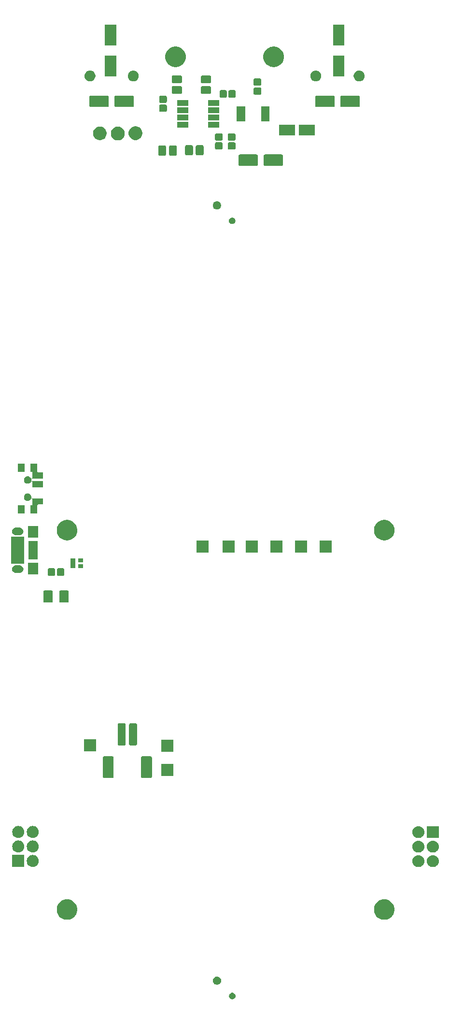
<source format=gbs>
G04 #@! TF.GenerationSoftware,KiCad,Pcbnew,(5.1.0-0)*
G04 #@! TF.CreationDate,2019-05-28T16:28:09-07:00*
G04 #@! TF.ProjectId,DC27-badge,44433237-2d62-4616-9467-652e6b696361,rev?*
G04 #@! TF.SameCoordinates,Original*
G04 #@! TF.FileFunction,Soldermask,Bot*
G04 #@! TF.FilePolarity,Negative*
%FSLAX46Y46*%
G04 Gerber Fmt 4.6, Leading zero omitted, Abs format (unit mm)*
G04 Created by KiCad (PCBNEW (5.1.0-0)) date 2019-05-28 16:28:09*
%MOMM*%
%LPD*%
G04 APERTURE LIST*
%ADD10C,0.150000*%
G04 APERTURE END LIST*
D10*
G36*
X106722442Y-209301818D02*
G01*
X106827085Y-209345162D01*
X106827086Y-209345163D01*
X106921262Y-209408089D01*
X107001353Y-209488180D01*
X107043399Y-209551107D01*
X107064280Y-209582357D01*
X107107624Y-209687000D01*
X107129721Y-209798089D01*
X107129721Y-209911353D01*
X107107624Y-210022442D01*
X107064280Y-210127085D01*
X107064279Y-210127086D01*
X107001353Y-210221262D01*
X106921262Y-210301353D01*
X106858335Y-210343399D01*
X106827085Y-210364280D01*
X106722442Y-210407624D01*
X106611354Y-210429721D01*
X106498088Y-210429721D01*
X106387000Y-210407624D01*
X106282357Y-210364280D01*
X106251107Y-210343399D01*
X106188180Y-210301353D01*
X106108089Y-210221262D01*
X106045163Y-210127086D01*
X106045162Y-210127085D01*
X106001818Y-210022442D01*
X105979721Y-209911353D01*
X105979721Y-209798089D01*
X106001818Y-209687000D01*
X106045162Y-209582357D01*
X106066043Y-209551107D01*
X106108089Y-209488180D01*
X106188180Y-209408089D01*
X106282356Y-209345163D01*
X106282357Y-209345162D01*
X106387000Y-209301818D01*
X106498088Y-209279721D01*
X106611354Y-209279721D01*
X106722442Y-209301818D01*
X106722442Y-209301818D01*
G37*
G36*
X104079190Y-206470576D02*
G01*
X104211131Y-206525227D01*
X104329875Y-206604570D01*
X104430860Y-206705555D01*
X104510203Y-206824299D01*
X104564854Y-206956240D01*
X104592715Y-207096307D01*
X104592715Y-207239123D01*
X104564854Y-207379190D01*
X104510203Y-207511131D01*
X104430860Y-207629875D01*
X104329875Y-207730860D01*
X104211131Y-207810203D01*
X104079190Y-207864854D01*
X103939123Y-207892715D01*
X103796307Y-207892715D01*
X103656240Y-207864854D01*
X103524299Y-207810203D01*
X103405555Y-207730860D01*
X103304570Y-207629875D01*
X103225227Y-207511131D01*
X103170576Y-207379190D01*
X103142715Y-207239123D01*
X103142715Y-207096307D01*
X103170576Y-206956240D01*
X103225227Y-206824299D01*
X103304570Y-206705555D01*
X103405555Y-206604570D01*
X103524299Y-206525227D01*
X103656240Y-206470576D01*
X103796307Y-206442715D01*
X103939123Y-206442715D01*
X104079190Y-206470576D01*
X104079190Y-206470576D01*
G37*
G36*
X133561163Y-192954587D02*
G01*
X133735041Y-192989173D01*
X134062620Y-193124861D01*
X134357433Y-193321849D01*
X134608151Y-193572567D01*
X134805139Y-193867380D01*
X134940827Y-194194959D01*
X135010000Y-194542716D01*
X135010000Y-194897284D01*
X134940827Y-195245041D01*
X134805139Y-195572620D01*
X134608151Y-195867433D01*
X134357433Y-196118151D01*
X134062620Y-196315139D01*
X133735041Y-196450827D01*
X133561163Y-196485413D01*
X133387286Y-196520000D01*
X133032714Y-196520000D01*
X132858837Y-196485413D01*
X132684959Y-196450827D01*
X132357380Y-196315139D01*
X132062567Y-196118151D01*
X131811849Y-195867433D01*
X131614861Y-195572620D01*
X131479173Y-195245041D01*
X131410000Y-194897284D01*
X131410000Y-194542716D01*
X131479173Y-194194959D01*
X131614861Y-193867380D01*
X131811849Y-193572567D01*
X132062567Y-193321849D01*
X132357380Y-193124861D01*
X132684959Y-192989173D01*
X132858838Y-192954586D01*
X133032714Y-192920000D01*
X133387286Y-192920000D01*
X133561163Y-192954587D01*
X133561163Y-192954587D01*
G37*
G36*
X77921163Y-192954587D02*
G01*
X78095041Y-192989173D01*
X78422620Y-193124861D01*
X78717433Y-193321849D01*
X78968151Y-193572567D01*
X79165139Y-193867380D01*
X79300827Y-194194959D01*
X79370000Y-194542716D01*
X79370000Y-194897284D01*
X79300827Y-195245041D01*
X79165139Y-195572620D01*
X78968151Y-195867433D01*
X78717433Y-196118151D01*
X78422620Y-196315139D01*
X78095041Y-196450827D01*
X77921163Y-196485413D01*
X77747286Y-196520000D01*
X77392714Y-196520000D01*
X77218837Y-196485413D01*
X77044959Y-196450827D01*
X76717380Y-196315139D01*
X76422567Y-196118151D01*
X76171849Y-195867433D01*
X75974861Y-195572620D01*
X75839173Y-195245041D01*
X75770000Y-194897284D01*
X75770000Y-194542716D01*
X75839173Y-194194959D01*
X75974861Y-193867380D01*
X76171849Y-193572567D01*
X76422567Y-193321849D01*
X76717380Y-193124861D01*
X77044959Y-192989173D01*
X77218837Y-192954587D01*
X77392714Y-192920000D01*
X77747286Y-192920000D01*
X77921163Y-192954587D01*
X77921163Y-192954587D01*
G37*
G36*
X139298707Y-185207597D02*
G01*
X139375836Y-185215193D01*
X139573762Y-185275233D01*
X139573765Y-185275234D01*
X139756170Y-185372732D01*
X139916055Y-185503945D01*
X140047268Y-185663830D01*
X140144766Y-185846235D01*
X140144767Y-185846238D01*
X140204807Y-186044164D01*
X140225080Y-186250000D01*
X140204807Y-186455836D01*
X140152350Y-186628765D01*
X140144766Y-186653765D01*
X140047268Y-186836170D01*
X139916055Y-186996055D01*
X139756170Y-187127268D01*
X139573765Y-187224766D01*
X139573762Y-187224767D01*
X139375836Y-187284807D01*
X139298707Y-187292404D01*
X139221580Y-187300000D01*
X139118420Y-187300000D01*
X139041293Y-187292404D01*
X138964164Y-187284807D01*
X138766238Y-187224767D01*
X138766235Y-187224766D01*
X138583830Y-187127268D01*
X138423945Y-186996055D01*
X138292732Y-186836170D01*
X138195234Y-186653765D01*
X138187650Y-186628765D01*
X138135193Y-186455836D01*
X138114920Y-186250000D01*
X138135193Y-186044164D01*
X138195233Y-185846238D01*
X138195234Y-185846235D01*
X138292732Y-185663830D01*
X138423945Y-185503945D01*
X138583830Y-185372732D01*
X138766235Y-185275234D01*
X138766238Y-185275233D01*
X138964164Y-185215193D01*
X139041293Y-185207597D01*
X139118420Y-185200000D01*
X139221580Y-185200000D01*
X139298707Y-185207597D01*
X139298707Y-185207597D01*
G37*
G36*
X141838707Y-185207597D02*
G01*
X141915836Y-185215193D01*
X142113762Y-185275233D01*
X142113765Y-185275234D01*
X142296170Y-185372732D01*
X142456055Y-185503945D01*
X142587268Y-185663830D01*
X142684766Y-185846235D01*
X142684767Y-185846238D01*
X142744807Y-186044164D01*
X142765080Y-186250000D01*
X142744807Y-186455836D01*
X142692350Y-186628765D01*
X142684766Y-186653765D01*
X142587268Y-186836170D01*
X142456055Y-186996055D01*
X142296170Y-187127268D01*
X142113765Y-187224766D01*
X142113762Y-187224767D01*
X141915836Y-187284807D01*
X141838707Y-187292404D01*
X141761580Y-187300000D01*
X141658420Y-187300000D01*
X141581293Y-187292404D01*
X141504164Y-187284807D01*
X141306238Y-187224767D01*
X141306235Y-187224766D01*
X141123830Y-187127268D01*
X140963945Y-186996055D01*
X140832732Y-186836170D01*
X140735234Y-186653765D01*
X140727650Y-186628765D01*
X140675193Y-186455836D01*
X140654920Y-186250000D01*
X140675193Y-186044164D01*
X140735233Y-185846238D01*
X140735234Y-185846235D01*
X140832732Y-185663830D01*
X140963945Y-185503945D01*
X141123830Y-185372732D01*
X141306235Y-185275234D01*
X141306238Y-185275233D01*
X141504164Y-185215193D01*
X141581293Y-185207597D01*
X141658420Y-185200000D01*
X141761580Y-185200000D01*
X141838707Y-185207597D01*
X141838707Y-185207597D01*
G37*
G36*
X71693707Y-185182597D02*
G01*
X71770836Y-185190193D01*
X71968762Y-185250233D01*
X71968765Y-185250234D01*
X72151170Y-185347732D01*
X72311055Y-185478945D01*
X72442268Y-185638830D01*
X72539766Y-185821235D01*
X72539767Y-185821238D01*
X72599807Y-186019164D01*
X72620080Y-186225000D01*
X72599807Y-186430836D01*
X72592223Y-186455836D01*
X72539766Y-186628765D01*
X72442268Y-186811170D01*
X72311055Y-186971055D01*
X72151170Y-187102268D01*
X71968765Y-187199766D01*
X71968762Y-187199767D01*
X71770836Y-187259807D01*
X71693707Y-187267403D01*
X71616580Y-187275000D01*
X71513420Y-187275000D01*
X71436293Y-187267403D01*
X71359164Y-187259807D01*
X71161238Y-187199767D01*
X71161235Y-187199766D01*
X70978830Y-187102268D01*
X70818945Y-186971055D01*
X70687732Y-186811170D01*
X70590234Y-186628765D01*
X70537777Y-186455836D01*
X70530193Y-186430836D01*
X70509920Y-186225000D01*
X70530193Y-186019164D01*
X70590233Y-185821238D01*
X70590234Y-185821235D01*
X70687732Y-185638830D01*
X70818945Y-185478945D01*
X70978830Y-185347732D01*
X71161235Y-185250234D01*
X71161238Y-185250233D01*
X71359164Y-185190193D01*
X71436293Y-185182597D01*
X71513420Y-185175000D01*
X71616580Y-185175000D01*
X71693707Y-185182597D01*
X71693707Y-185182597D01*
G37*
G36*
X70075000Y-187275000D02*
G01*
X67975000Y-187275000D01*
X67975000Y-185175000D01*
X70075000Y-185175000D01*
X70075000Y-187275000D01*
X70075000Y-187275000D01*
G37*
G36*
X139298707Y-182667596D02*
G01*
X139375836Y-182675193D01*
X139573762Y-182735233D01*
X139573765Y-182735234D01*
X139756170Y-182832732D01*
X139916055Y-182963945D01*
X140047268Y-183123830D01*
X140144766Y-183306235D01*
X140144767Y-183306238D01*
X140204807Y-183504164D01*
X140225080Y-183710000D01*
X140204807Y-183915836D01*
X140152350Y-184088765D01*
X140144766Y-184113765D01*
X140047268Y-184296170D01*
X139916055Y-184456055D01*
X139756170Y-184587268D01*
X139573765Y-184684766D01*
X139573762Y-184684767D01*
X139375836Y-184744807D01*
X139298707Y-184752404D01*
X139221580Y-184760000D01*
X139118420Y-184760000D01*
X139041293Y-184752404D01*
X138964164Y-184744807D01*
X138766238Y-184684767D01*
X138766235Y-184684766D01*
X138583830Y-184587268D01*
X138423945Y-184456055D01*
X138292732Y-184296170D01*
X138195234Y-184113765D01*
X138187650Y-184088765D01*
X138135193Y-183915836D01*
X138114920Y-183710000D01*
X138135193Y-183504164D01*
X138195233Y-183306238D01*
X138195234Y-183306235D01*
X138292732Y-183123830D01*
X138423945Y-182963945D01*
X138583830Y-182832732D01*
X138766235Y-182735234D01*
X138766238Y-182735233D01*
X138964164Y-182675193D01*
X139041293Y-182667596D01*
X139118420Y-182660000D01*
X139221580Y-182660000D01*
X139298707Y-182667596D01*
X139298707Y-182667596D01*
G37*
G36*
X141838707Y-182667596D02*
G01*
X141915836Y-182675193D01*
X142113762Y-182735233D01*
X142113765Y-182735234D01*
X142296170Y-182832732D01*
X142456055Y-182963945D01*
X142587268Y-183123830D01*
X142684766Y-183306235D01*
X142684767Y-183306238D01*
X142744807Y-183504164D01*
X142765080Y-183710000D01*
X142744807Y-183915836D01*
X142692350Y-184088765D01*
X142684766Y-184113765D01*
X142587268Y-184296170D01*
X142456055Y-184456055D01*
X142296170Y-184587268D01*
X142113765Y-184684766D01*
X142113762Y-184684767D01*
X141915836Y-184744807D01*
X141838707Y-184752404D01*
X141761580Y-184760000D01*
X141658420Y-184760000D01*
X141581293Y-184752404D01*
X141504164Y-184744807D01*
X141306238Y-184684767D01*
X141306235Y-184684766D01*
X141123830Y-184587268D01*
X140963945Y-184456055D01*
X140832732Y-184296170D01*
X140735234Y-184113765D01*
X140727650Y-184088765D01*
X140675193Y-183915836D01*
X140654920Y-183710000D01*
X140675193Y-183504164D01*
X140735233Y-183306238D01*
X140735234Y-183306235D01*
X140832732Y-183123830D01*
X140963945Y-182963945D01*
X141123830Y-182832732D01*
X141306235Y-182735234D01*
X141306238Y-182735233D01*
X141504164Y-182675193D01*
X141581293Y-182667596D01*
X141658420Y-182660000D01*
X141761580Y-182660000D01*
X141838707Y-182667596D01*
X141838707Y-182667596D01*
G37*
G36*
X71693707Y-182642596D02*
G01*
X71770836Y-182650193D01*
X71968762Y-182710233D01*
X71968765Y-182710234D01*
X72151170Y-182807732D01*
X72311055Y-182938945D01*
X72442268Y-183098830D01*
X72539766Y-183281235D01*
X72539767Y-183281238D01*
X72599807Y-183479164D01*
X72620080Y-183685000D01*
X72599807Y-183890836D01*
X72592223Y-183915836D01*
X72539766Y-184088765D01*
X72442268Y-184271170D01*
X72311055Y-184431055D01*
X72151170Y-184562268D01*
X71968765Y-184659766D01*
X71968762Y-184659767D01*
X71770836Y-184719807D01*
X71693707Y-184727403D01*
X71616580Y-184735000D01*
X71513420Y-184735000D01*
X71436293Y-184727403D01*
X71359164Y-184719807D01*
X71161238Y-184659767D01*
X71161235Y-184659766D01*
X70978830Y-184562268D01*
X70818945Y-184431055D01*
X70687732Y-184271170D01*
X70590234Y-184088765D01*
X70537777Y-183915836D01*
X70530193Y-183890836D01*
X70509920Y-183685000D01*
X70530193Y-183479164D01*
X70590233Y-183281238D01*
X70590234Y-183281235D01*
X70687732Y-183098830D01*
X70818945Y-182938945D01*
X70978830Y-182807732D01*
X71161235Y-182710234D01*
X71161238Y-182710233D01*
X71359164Y-182650193D01*
X71436293Y-182642596D01*
X71513420Y-182635000D01*
X71616580Y-182635000D01*
X71693707Y-182642596D01*
X71693707Y-182642596D01*
G37*
G36*
X69153707Y-182642596D02*
G01*
X69230836Y-182650193D01*
X69428762Y-182710233D01*
X69428765Y-182710234D01*
X69611170Y-182807732D01*
X69771055Y-182938945D01*
X69902268Y-183098830D01*
X69999766Y-183281235D01*
X69999767Y-183281238D01*
X70059807Y-183479164D01*
X70080080Y-183685000D01*
X70059807Y-183890836D01*
X70052223Y-183915836D01*
X69999766Y-184088765D01*
X69902268Y-184271170D01*
X69771055Y-184431055D01*
X69611170Y-184562268D01*
X69428765Y-184659766D01*
X69428762Y-184659767D01*
X69230836Y-184719807D01*
X69153707Y-184727403D01*
X69076580Y-184735000D01*
X68973420Y-184735000D01*
X68896293Y-184727403D01*
X68819164Y-184719807D01*
X68621238Y-184659767D01*
X68621235Y-184659766D01*
X68438830Y-184562268D01*
X68278945Y-184431055D01*
X68147732Y-184271170D01*
X68050234Y-184088765D01*
X67997777Y-183915836D01*
X67990193Y-183890836D01*
X67969920Y-183685000D01*
X67990193Y-183479164D01*
X68050233Y-183281238D01*
X68050234Y-183281235D01*
X68147732Y-183098830D01*
X68278945Y-182938945D01*
X68438830Y-182807732D01*
X68621235Y-182710234D01*
X68621238Y-182710233D01*
X68819164Y-182650193D01*
X68896293Y-182642596D01*
X68973420Y-182635000D01*
X69076580Y-182635000D01*
X69153707Y-182642596D01*
X69153707Y-182642596D01*
G37*
G36*
X142760000Y-182220000D02*
G01*
X140660000Y-182220000D01*
X140660000Y-180120000D01*
X142760000Y-180120000D01*
X142760000Y-182220000D01*
X142760000Y-182220000D01*
G37*
G36*
X139298707Y-180127597D02*
G01*
X139375836Y-180135193D01*
X139573762Y-180195233D01*
X139573765Y-180195234D01*
X139756170Y-180292732D01*
X139916055Y-180423945D01*
X140047268Y-180583830D01*
X140144766Y-180766235D01*
X140144767Y-180766238D01*
X140204807Y-180964164D01*
X140225080Y-181170000D01*
X140204807Y-181375836D01*
X140152350Y-181548765D01*
X140144766Y-181573765D01*
X140047268Y-181756170D01*
X139916055Y-181916055D01*
X139756170Y-182047268D01*
X139573765Y-182144766D01*
X139573762Y-182144767D01*
X139375836Y-182204807D01*
X139298707Y-182212404D01*
X139221580Y-182220000D01*
X139118420Y-182220000D01*
X139041293Y-182212404D01*
X138964164Y-182204807D01*
X138766238Y-182144767D01*
X138766235Y-182144766D01*
X138583830Y-182047268D01*
X138423945Y-181916055D01*
X138292732Y-181756170D01*
X138195234Y-181573765D01*
X138187650Y-181548765D01*
X138135193Y-181375836D01*
X138114920Y-181170000D01*
X138135193Y-180964164D01*
X138195233Y-180766238D01*
X138195234Y-180766235D01*
X138292732Y-180583830D01*
X138423945Y-180423945D01*
X138583830Y-180292732D01*
X138766235Y-180195234D01*
X138766238Y-180195233D01*
X138964164Y-180135193D01*
X139041293Y-180127597D01*
X139118420Y-180120000D01*
X139221580Y-180120000D01*
X139298707Y-180127597D01*
X139298707Y-180127597D01*
G37*
G36*
X71693707Y-180102596D02*
G01*
X71770836Y-180110193D01*
X71968762Y-180170233D01*
X71968765Y-180170234D01*
X72151170Y-180267732D01*
X72311055Y-180398945D01*
X72442268Y-180558830D01*
X72539766Y-180741235D01*
X72539767Y-180741238D01*
X72599807Y-180939164D01*
X72620080Y-181145000D01*
X72599807Y-181350836D01*
X72592223Y-181375836D01*
X72539766Y-181548765D01*
X72442268Y-181731170D01*
X72311055Y-181891055D01*
X72151170Y-182022268D01*
X71968765Y-182119766D01*
X71968762Y-182119767D01*
X71770836Y-182179807D01*
X71693707Y-182187403D01*
X71616580Y-182195000D01*
X71513420Y-182195000D01*
X71436293Y-182187403D01*
X71359164Y-182179807D01*
X71161238Y-182119767D01*
X71161235Y-182119766D01*
X70978830Y-182022268D01*
X70818945Y-181891055D01*
X70687732Y-181731170D01*
X70590234Y-181548765D01*
X70537777Y-181375836D01*
X70530193Y-181350836D01*
X70509920Y-181145000D01*
X70530193Y-180939164D01*
X70590233Y-180741238D01*
X70590234Y-180741235D01*
X70687732Y-180558830D01*
X70818945Y-180398945D01*
X70978830Y-180267732D01*
X71161235Y-180170234D01*
X71161238Y-180170233D01*
X71359164Y-180110193D01*
X71436293Y-180102596D01*
X71513420Y-180095000D01*
X71616580Y-180095000D01*
X71693707Y-180102596D01*
X71693707Y-180102596D01*
G37*
G36*
X69153707Y-180102596D02*
G01*
X69230836Y-180110193D01*
X69428762Y-180170233D01*
X69428765Y-180170234D01*
X69611170Y-180267732D01*
X69771055Y-180398945D01*
X69902268Y-180558830D01*
X69999766Y-180741235D01*
X69999767Y-180741238D01*
X70059807Y-180939164D01*
X70080080Y-181145000D01*
X70059807Y-181350836D01*
X70052223Y-181375836D01*
X69999766Y-181548765D01*
X69902268Y-181731170D01*
X69771055Y-181891055D01*
X69611170Y-182022268D01*
X69428765Y-182119766D01*
X69428762Y-182119767D01*
X69230836Y-182179807D01*
X69153707Y-182187403D01*
X69076580Y-182195000D01*
X68973420Y-182195000D01*
X68896293Y-182187403D01*
X68819164Y-182179807D01*
X68621238Y-182119767D01*
X68621235Y-182119766D01*
X68438830Y-182022268D01*
X68278945Y-181891055D01*
X68147732Y-181731170D01*
X68050234Y-181548765D01*
X67997777Y-181375836D01*
X67990193Y-181350836D01*
X67969920Y-181145000D01*
X67990193Y-180939164D01*
X68050233Y-180741238D01*
X68050234Y-180741235D01*
X68147732Y-180558830D01*
X68278945Y-180398945D01*
X68438830Y-180267732D01*
X68621235Y-180170234D01*
X68621238Y-180170233D01*
X68819164Y-180110193D01*
X68896293Y-180102596D01*
X68973420Y-180095000D01*
X69076580Y-180095000D01*
X69153707Y-180102596D01*
X69153707Y-180102596D01*
G37*
G36*
X85562067Y-167905076D02*
G01*
X85605728Y-167918320D01*
X85645964Y-167939827D01*
X85681231Y-167968769D01*
X85710173Y-168004036D01*
X85731680Y-168044272D01*
X85744924Y-168087933D01*
X85750000Y-168139474D01*
X85750000Y-171460526D01*
X85744924Y-171512067D01*
X85731680Y-171555728D01*
X85710173Y-171595964D01*
X85681231Y-171631231D01*
X85645964Y-171660173D01*
X85605728Y-171681680D01*
X85562067Y-171694924D01*
X85510526Y-171700000D01*
X84089474Y-171700000D01*
X84037933Y-171694924D01*
X83994272Y-171681680D01*
X83954036Y-171660173D01*
X83918769Y-171631231D01*
X83889827Y-171595964D01*
X83868320Y-171555728D01*
X83855076Y-171512067D01*
X83850000Y-171460526D01*
X83850000Y-168139474D01*
X83855076Y-168087933D01*
X83868320Y-168044272D01*
X83889827Y-168004036D01*
X83918769Y-167968769D01*
X83954036Y-167939827D01*
X83994272Y-167918320D01*
X84037933Y-167905076D01*
X84089474Y-167900000D01*
X85510526Y-167900000D01*
X85562067Y-167905076D01*
X85562067Y-167905076D01*
G37*
G36*
X92262067Y-167905076D02*
G01*
X92305728Y-167918320D01*
X92345964Y-167939827D01*
X92381231Y-167968769D01*
X92410173Y-168004036D01*
X92431680Y-168044272D01*
X92444924Y-168087933D01*
X92450000Y-168139474D01*
X92450000Y-171460526D01*
X92444924Y-171512067D01*
X92431680Y-171555728D01*
X92410173Y-171595964D01*
X92381231Y-171631231D01*
X92345964Y-171660173D01*
X92305728Y-171681680D01*
X92262067Y-171694924D01*
X92210526Y-171700000D01*
X90789474Y-171700000D01*
X90737933Y-171694924D01*
X90694272Y-171681680D01*
X90654036Y-171660173D01*
X90618769Y-171631231D01*
X90589827Y-171595964D01*
X90568320Y-171555728D01*
X90555076Y-171512067D01*
X90550000Y-171460526D01*
X90550000Y-168139474D01*
X90555076Y-168087933D01*
X90568320Y-168044272D01*
X90589827Y-168004036D01*
X90618769Y-167968769D01*
X90654036Y-167939827D01*
X90694272Y-167918320D01*
X90737933Y-167905076D01*
X90789474Y-167900000D01*
X92210526Y-167900000D01*
X92262067Y-167905076D01*
X92262067Y-167905076D01*
G37*
G36*
X96220000Y-171300000D02*
G01*
X94120000Y-171300000D01*
X94120000Y-169200000D01*
X96220000Y-169200000D01*
X96220000Y-171300000D01*
X96220000Y-171300000D01*
G37*
G36*
X96180000Y-167070000D02*
G01*
X94080000Y-167070000D01*
X94080000Y-164970000D01*
X96180000Y-164970000D01*
X96180000Y-167070000D01*
X96180000Y-167070000D01*
G37*
G36*
X82690000Y-166990000D02*
G01*
X80590000Y-166990000D01*
X80590000Y-164890000D01*
X82690000Y-164890000D01*
X82690000Y-166990000D01*
X82690000Y-166990000D01*
G37*
G36*
X89618472Y-162106117D02*
G01*
X89672288Y-162122442D01*
X89721891Y-162148956D01*
X89765366Y-162184634D01*
X89801044Y-162228109D01*
X89827558Y-162277712D01*
X89843883Y-162331528D01*
X89850000Y-162393640D01*
X89850000Y-165706360D01*
X89843883Y-165768472D01*
X89827558Y-165822288D01*
X89801044Y-165871891D01*
X89765366Y-165915366D01*
X89721891Y-165951044D01*
X89672288Y-165977558D01*
X89618472Y-165993883D01*
X89556360Y-166000000D01*
X88743640Y-166000000D01*
X88681528Y-165993883D01*
X88627712Y-165977558D01*
X88578109Y-165951044D01*
X88534634Y-165915366D01*
X88498956Y-165871891D01*
X88472442Y-165822288D01*
X88456117Y-165768472D01*
X88450000Y-165706360D01*
X88450000Y-162393640D01*
X88456117Y-162331528D01*
X88472442Y-162277712D01*
X88498956Y-162228109D01*
X88534634Y-162184634D01*
X88578109Y-162148956D01*
X88627712Y-162122442D01*
X88681528Y-162106117D01*
X88743640Y-162100000D01*
X89556360Y-162100000D01*
X89618472Y-162106117D01*
X89618472Y-162106117D01*
G37*
G36*
X87618472Y-162106117D02*
G01*
X87672288Y-162122442D01*
X87721891Y-162148956D01*
X87765366Y-162184634D01*
X87801044Y-162228109D01*
X87827558Y-162277712D01*
X87843883Y-162331528D01*
X87850000Y-162393640D01*
X87850000Y-165706360D01*
X87843883Y-165768472D01*
X87827558Y-165822288D01*
X87801044Y-165871891D01*
X87765366Y-165915366D01*
X87721891Y-165951044D01*
X87672288Y-165977558D01*
X87618472Y-165993883D01*
X87556360Y-166000000D01*
X86743640Y-166000000D01*
X86681528Y-165993883D01*
X86627712Y-165977558D01*
X86578109Y-165951044D01*
X86534634Y-165915366D01*
X86498956Y-165871891D01*
X86472442Y-165822288D01*
X86456117Y-165768472D01*
X86450000Y-165706360D01*
X86450000Y-162393640D01*
X86456117Y-162331528D01*
X86472442Y-162277712D01*
X86498956Y-162228109D01*
X86534634Y-162184634D01*
X86578109Y-162148956D01*
X86627712Y-162122442D01*
X86681528Y-162106117D01*
X86743640Y-162100000D01*
X87556360Y-162100000D01*
X87618472Y-162106117D01*
X87618472Y-162106117D01*
G37*
G36*
X74859628Y-138840493D02*
G01*
X74907354Y-138854971D01*
X74951332Y-138878477D01*
X74989884Y-138910116D01*
X75021523Y-138948668D01*
X75045029Y-138992646D01*
X75059507Y-139040372D01*
X75065000Y-139096141D01*
X75065000Y-140723859D01*
X75059507Y-140779628D01*
X75045029Y-140827354D01*
X75021523Y-140871332D01*
X74989884Y-140909884D01*
X74951332Y-140941523D01*
X74907354Y-140965029D01*
X74859628Y-140979507D01*
X74803859Y-140985000D01*
X73676141Y-140985000D01*
X73620372Y-140979507D01*
X73572646Y-140965029D01*
X73528668Y-140941523D01*
X73490116Y-140909884D01*
X73458477Y-140871332D01*
X73434971Y-140827354D01*
X73420493Y-140779628D01*
X73415000Y-140723859D01*
X73415000Y-139096141D01*
X73420493Y-139040372D01*
X73434971Y-138992646D01*
X73458477Y-138948668D01*
X73490116Y-138910116D01*
X73528668Y-138878477D01*
X73572646Y-138854971D01*
X73620372Y-138840493D01*
X73676141Y-138835000D01*
X74803859Y-138835000D01*
X74859628Y-138840493D01*
X74859628Y-138840493D01*
G37*
G36*
X77659628Y-138840493D02*
G01*
X77707354Y-138854971D01*
X77751332Y-138878477D01*
X77789884Y-138910116D01*
X77821523Y-138948668D01*
X77845029Y-138992646D01*
X77859507Y-139040372D01*
X77865000Y-139096141D01*
X77865000Y-140723859D01*
X77859507Y-140779628D01*
X77845029Y-140827354D01*
X77821523Y-140871332D01*
X77789884Y-140909884D01*
X77751332Y-140941523D01*
X77707354Y-140965029D01*
X77659628Y-140979507D01*
X77603859Y-140985000D01*
X76476141Y-140985000D01*
X76420372Y-140979507D01*
X76372646Y-140965029D01*
X76328668Y-140941523D01*
X76290116Y-140909884D01*
X76258477Y-140871332D01*
X76234971Y-140827354D01*
X76220493Y-140779628D01*
X76215000Y-140723859D01*
X76215000Y-139096141D01*
X76220493Y-139040372D01*
X76234971Y-138992646D01*
X76258477Y-138948668D01*
X76290116Y-138910116D01*
X76328668Y-138878477D01*
X76372646Y-138854971D01*
X76420372Y-138840493D01*
X76476141Y-138835000D01*
X77603859Y-138835000D01*
X77659628Y-138840493D01*
X77659628Y-138840493D01*
G37*
G36*
X75283622Y-134960517D02*
G01*
X75331585Y-134975066D01*
X75375778Y-134998688D01*
X75414519Y-135030481D01*
X75446312Y-135069222D01*
X75469934Y-135113415D01*
X75484483Y-135161378D01*
X75490000Y-135217391D01*
X75490000Y-136042609D01*
X75484483Y-136098622D01*
X75469934Y-136146585D01*
X75446312Y-136190778D01*
X75414519Y-136229519D01*
X75375778Y-136261312D01*
X75331585Y-136284934D01*
X75283622Y-136299483D01*
X75227609Y-136305000D01*
X74477391Y-136305000D01*
X74421378Y-136299483D01*
X74373415Y-136284934D01*
X74329222Y-136261312D01*
X74290481Y-136229519D01*
X74258688Y-136190778D01*
X74235066Y-136146585D01*
X74220517Y-136098622D01*
X74215000Y-136042609D01*
X74215000Y-135217391D01*
X74220517Y-135161378D01*
X74235066Y-135113415D01*
X74258688Y-135069222D01*
X74290481Y-135030481D01*
X74329222Y-134998688D01*
X74373415Y-134975066D01*
X74421378Y-134960517D01*
X74477391Y-134955000D01*
X75227609Y-134955000D01*
X75283622Y-134960517D01*
X75283622Y-134960517D01*
G37*
G36*
X76858622Y-134960517D02*
G01*
X76906585Y-134975066D01*
X76950778Y-134998688D01*
X76989519Y-135030481D01*
X77021312Y-135069222D01*
X77044934Y-135113415D01*
X77059483Y-135161378D01*
X77065000Y-135217391D01*
X77065000Y-136042609D01*
X77059483Y-136098622D01*
X77044934Y-136146585D01*
X77021312Y-136190778D01*
X76989519Y-136229519D01*
X76950778Y-136261312D01*
X76906585Y-136284934D01*
X76858622Y-136299483D01*
X76802609Y-136305000D01*
X76052391Y-136305000D01*
X75996378Y-136299483D01*
X75948415Y-136284934D01*
X75904222Y-136261312D01*
X75865481Y-136229519D01*
X75833688Y-136190778D01*
X75810066Y-136146585D01*
X75795517Y-136098622D01*
X75790000Y-136042609D01*
X75790000Y-135217391D01*
X75795517Y-135161378D01*
X75810066Y-135113415D01*
X75833688Y-135069222D01*
X75865481Y-135030481D01*
X75904222Y-134998688D01*
X75948415Y-134975066D01*
X75996378Y-134960517D01*
X76052391Y-134955000D01*
X76802609Y-134955000D01*
X76858622Y-134960517D01*
X76858622Y-134960517D01*
G37*
G36*
X72499770Y-135996690D02*
G01*
X70700230Y-135996690D01*
X70700230Y-133999030D01*
X72499770Y-133999030D01*
X72499770Y-135996690D01*
X72499770Y-135996690D01*
G37*
G36*
X69393417Y-134457936D02*
G01*
X69407051Y-134459279D01*
X69468273Y-134477851D01*
X69529496Y-134496423D01*
X69642343Y-134556741D01*
X69741255Y-134637915D01*
X69822429Y-134736827D01*
X69882747Y-134849674D01*
X69919891Y-134972120D01*
X69932433Y-135099460D01*
X69921015Y-135215383D01*
X69919891Y-135226801D01*
X69905649Y-135273750D01*
X69882747Y-135349246D01*
X69822429Y-135462093D01*
X69741255Y-135561005D01*
X69642343Y-135642179D01*
X69529496Y-135702497D01*
X69468273Y-135721069D01*
X69407051Y-135739641D01*
X69393417Y-135740984D01*
X69311621Y-135749040D01*
X68549299Y-135749040D01*
X68467503Y-135740984D01*
X68453869Y-135739641D01*
X68392647Y-135721069D01*
X68331424Y-135702497D01*
X68218577Y-135642179D01*
X68119665Y-135561005D01*
X68038491Y-135462093D01*
X67978173Y-135349246D01*
X67955271Y-135273750D01*
X67941029Y-135226801D01*
X67939905Y-135215383D01*
X67928487Y-135099460D01*
X67941029Y-134972120D01*
X67978173Y-134849674D01*
X68038491Y-134736827D01*
X68119665Y-134637915D01*
X68218577Y-134556741D01*
X68331424Y-134496423D01*
X68392647Y-134477851D01*
X68453869Y-134459279D01*
X68467503Y-134457936D01*
X68549299Y-134449880D01*
X69311621Y-134449880D01*
X69393417Y-134457936D01*
X69393417Y-134457936D01*
G37*
G36*
X79025000Y-134930000D02*
G01*
X78175000Y-134930000D01*
X78175000Y-133230000D01*
X79025000Y-133230000D01*
X79025000Y-134930000D01*
X79025000Y-134930000D01*
G37*
G36*
X80425000Y-134930000D02*
G01*
X79575000Y-134930000D01*
X79575000Y-134230000D01*
X80425000Y-134230000D01*
X80425000Y-134930000D01*
X80425000Y-134930000D01*
G37*
G36*
X70075339Y-131723921D02*
G01*
X70075341Y-131723941D01*
X70075341Y-134148840D01*
X67775421Y-134148840D01*
X67775421Y-131876079D01*
X67775419Y-131876059D01*
X67775419Y-129451160D01*
X70075339Y-129451160D01*
X70075339Y-131723921D01*
X70075339Y-131723921D01*
G37*
G36*
X80425000Y-133930000D02*
G01*
X79575000Y-133930000D01*
X79575000Y-133230000D01*
X80425000Y-133230000D01*
X80425000Y-133930000D01*
X80425000Y-133930000D01*
G37*
G36*
X72401370Y-133424329D02*
G01*
X70798630Y-133424329D01*
X70798630Y-130175670D01*
X72401370Y-130175670D01*
X72401370Y-133424329D01*
X72401370Y-133424329D01*
G37*
G36*
X102406000Y-132236000D02*
G01*
X100306000Y-132236000D01*
X100306000Y-130136000D01*
X102406000Y-130136000D01*
X102406000Y-132236000D01*
X102406000Y-132236000D01*
G37*
G36*
X123996000Y-132236000D02*
G01*
X121896000Y-132236000D01*
X121896000Y-130136000D01*
X123996000Y-130136000D01*
X123996000Y-132236000D01*
X123996000Y-132236000D01*
G37*
G36*
X119678000Y-132236000D02*
G01*
X117578000Y-132236000D01*
X117578000Y-130136000D01*
X119678000Y-130136000D01*
X119678000Y-132236000D01*
X119678000Y-132236000D01*
G37*
G36*
X115360000Y-132236000D02*
G01*
X113260000Y-132236000D01*
X113260000Y-130136000D01*
X115360000Y-130136000D01*
X115360000Y-132236000D01*
X115360000Y-132236000D01*
G37*
G36*
X111042000Y-132236000D02*
G01*
X108942000Y-132236000D01*
X108942000Y-130136000D01*
X111042000Y-130136000D01*
X111042000Y-132236000D01*
X111042000Y-132236000D01*
G37*
G36*
X106978000Y-132236000D02*
G01*
X104878000Y-132236000D01*
X104878000Y-130136000D01*
X106978000Y-130136000D01*
X106978000Y-132236000D01*
X106978000Y-132236000D01*
G37*
G36*
X133561163Y-126534587D02*
G01*
X133735041Y-126569173D01*
X134062620Y-126704861D01*
X134357433Y-126901849D01*
X134608151Y-127152567D01*
X134805139Y-127447380D01*
X134940827Y-127774959D01*
X134957814Y-127860359D01*
X135010000Y-128122714D01*
X135010000Y-128477286D01*
X134977720Y-128639566D01*
X134940827Y-128825041D01*
X134805139Y-129152620D01*
X134608151Y-129447433D01*
X134357433Y-129698151D01*
X134062620Y-129895139D01*
X133735041Y-130030827D01*
X133561163Y-130065413D01*
X133387286Y-130100000D01*
X133032714Y-130100000D01*
X132858837Y-130065413D01*
X132684959Y-130030827D01*
X132357380Y-129895139D01*
X132062567Y-129698151D01*
X131811849Y-129447433D01*
X131614861Y-129152620D01*
X131479173Y-128825041D01*
X131442280Y-128639566D01*
X131410000Y-128477286D01*
X131410000Y-128122714D01*
X131462186Y-127860359D01*
X131479173Y-127774959D01*
X131614861Y-127447380D01*
X131811849Y-127152567D01*
X132062567Y-126901849D01*
X132357380Y-126704861D01*
X132684959Y-126569173D01*
X132858837Y-126534587D01*
X133032714Y-126500000D01*
X133387286Y-126500000D01*
X133561163Y-126534587D01*
X133561163Y-126534587D01*
G37*
G36*
X77921163Y-126534587D02*
G01*
X78095041Y-126569173D01*
X78422620Y-126704861D01*
X78717433Y-126901849D01*
X78968151Y-127152567D01*
X79165139Y-127447380D01*
X79300827Y-127774959D01*
X79317814Y-127860359D01*
X79370000Y-128122714D01*
X79370000Y-128477286D01*
X79337720Y-128639566D01*
X79300827Y-128825041D01*
X79165139Y-129152620D01*
X78968151Y-129447433D01*
X78717433Y-129698151D01*
X78422620Y-129895139D01*
X78095041Y-130030827D01*
X77921163Y-130065413D01*
X77747286Y-130100000D01*
X77392714Y-130100000D01*
X77218837Y-130065413D01*
X77044959Y-130030827D01*
X76717380Y-129895139D01*
X76422567Y-129698151D01*
X76171849Y-129447433D01*
X75974861Y-129152620D01*
X75839173Y-128825041D01*
X75802280Y-128639566D01*
X75770000Y-128477286D01*
X75770000Y-128122714D01*
X75822186Y-127860359D01*
X75839173Y-127774959D01*
X75974861Y-127447380D01*
X76171849Y-127152567D01*
X76422567Y-126901849D01*
X76717380Y-126704861D01*
X77044959Y-126569173D01*
X77218837Y-126534587D01*
X77392714Y-126500000D01*
X77747286Y-126500000D01*
X77921163Y-126534587D01*
X77921163Y-126534587D01*
G37*
G36*
X72499770Y-129600970D02*
G01*
X70700230Y-129600970D01*
X70700230Y-127603310D01*
X72499770Y-127603310D01*
X72499770Y-129600970D01*
X72499770Y-129600970D01*
G37*
G36*
X69393417Y-127859016D02*
G01*
X69407051Y-127860359D01*
X69468273Y-127878931D01*
X69529496Y-127897503D01*
X69642343Y-127957821D01*
X69741255Y-128038995D01*
X69822429Y-128137907D01*
X69882747Y-128250754D01*
X69901319Y-128311977D01*
X69916019Y-128360434D01*
X69919891Y-128373200D01*
X69932433Y-128500540D01*
X69919891Y-128627880D01*
X69882747Y-128750326D01*
X69822429Y-128863173D01*
X69741255Y-128962085D01*
X69642343Y-129043259D01*
X69529496Y-129103577D01*
X69468273Y-129122149D01*
X69407051Y-129140721D01*
X69393417Y-129142064D01*
X69311621Y-129150120D01*
X68549299Y-129150120D01*
X68467503Y-129142064D01*
X68453869Y-129140721D01*
X68392647Y-129122149D01*
X68331424Y-129103577D01*
X68218577Y-129043259D01*
X68119665Y-128962085D01*
X68038491Y-128863173D01*
X67978173Y-128750326D01*
X67941029Y-128627880D01*
X67928487Y-128500540D01*
X67941029Y-128373200D01*
X67944902Y-128360434D01*
X67959601Y-128311977D01*
X67978173Y-128250754D01*
X68038491Y-128137907D01*
X68119665Y-128038995D01*
X68218577Y-127957821D01*
X68331424Y-127897503D01*
X68392647Y-127878931D01*
X68453869Y-127860359D01*
X68467503Y-127859016D01*
X68549299Y-127850960D01*
X69311621Y-127850960D01*
X69393417Y-127859016D01*
X69393417Y-127859016D01*
G37*
G36*
X70170000Y-125350000D02*
G01*
X68970000Y-125350000D01*
X68970000Y-123950000D01*
X70170000Y-123950000D01*
X70170000Y-125350000D01*
X70170000Y-125350000D01*
G37*
G36*
X70817738Y-121866653D02*
G01*
X70859598Y-121874979D01*
X70908596Y-121895275D01*
X70977889Y-121923977D01*
X70977890Y-121923978D01*
X71084351Y-121995112D01*
X71174888Y-122085649D01*
X71222418Y-122156784D01*
X71246023Y-122192111D01*
X71295021Y-122310403D01*
X71320000Y-122435979D01*
X71320000Y-122575001D01*
X71322402Y-122599387D01*
X71329515Y-122622836D01*
X71341066Y-122644447D01*
X71356611Y-122663389D01*
X71375553Y-122678934D01*
X71397164Y-122690485D01*
X71420613Y-122697598D01*
X71444999Y-122700000D01*
X73380000Y-122700000D01*
X73380000Y-123800000D01*
X72504999Y-123800000D01*
X72480613Y-123802402D01*
X72457164Y-123809515D01*
X72435553Y-123821066D01*
X72416611Y-123836611D01*
X72401066Y-123855553D01*
X72389515Y-123877164D01*
X72382402Y-123900613D01*
X72380000Y-123924999D01*
X72380000Y-125350000D01*
X71180000Y-125350000D01*
X71180000Y-123950000D01*
X71355001Y-123950000D01*
X71379387Y-123947598D01*
X71402836Y-123940485D01*
X71424447Y-123928934D01*
X71443389Y-123913389D01*
X71458934Y-123894447D01*
X71470485Y-123872836D01*
X71477598Y-123849387D01*
X71480000Y-123825001D01*
X71480000Y-122869785D01*
X71477598Y-122845399D01*
X71470485Y-122821950D01*
X71458934Y-122800339D01*
X71443389Y-122781397D01*
X71424447Y-122765852D01*
X71402836Y-122754301D01*
X71379387Y-122747188D01*
X71355001Y-122744786D01*
X71330615Y-122747188D01*
X71307166Y-122754301D01*
X71285555Y-122765852D01*
X71266613Y-122781397D01*
X71251068Y-122800339D01*
X71236628Y-122821950D01*
X71174888Y-122914351D01*
X71084351Y-123004888D01*
X71013216Y-123052418D01*
X70977889Y-123076023D01*
X70908596Y-123104725D01*
X70859598Y-123125021D01*
X70817738Y-123133347D01*
X70734021Y-123150000D01*
X70605979Y-123150000D01*
X70522262Y-123133347D01*
X70480402Y-123125021D01*
X70431404Y-123104725D01*
X70362111Y-123076023D01*
X70326784Y-123052418D01*
X70255649Y-123004888D01*
X70165112Y-122914351D01*
X70093978Y-122807890D01*
X70093977Y-122807889D01*
X70048293Y-122697598D01*
X70044979Y-122689598D01*
X70020000Y-122564019D01*
X70020000Y-122435981D01*
X70044979Y-122310402D01*
X70065275Y-122261404D01*
X70093977Y-122192111D01*
X70117582Y-122156784D01*
X70165112Y-122085649D01*
X70255649Y-121995112D01*
X70362110Y-121923978D01*
X70362111Y-121923977D01*
X70431404Y-121895275D01*
X70480402Y-121874979D01*
X70522262Y-121866653D01*
X70605979Y-121850000D01*
X70734021Y-121850000D01*
X70817738Y-121866653D01*
X70817738Y-121866653D01*
G37*
G36*
X72380000Y-118075001D02*
G01*
X72382402Y-118099387D01*
X72389515Y-118122836D01*
X72401066Y-118144447D01*
X72416611Y-118163389D01*
X72435553Y-118178934D01*
X72457164Y-118190485D01*
X72480613Y-118197598D01*
X72504999Y-118200000D01*
X73380000Y-118200000D01*
X73380000Y-119300000D01*
X71444999Y-119300000D01*
X71420613Y-119302402D01*
X71397164Y-119309515D01*
X71375553Y-119321066D01*
X71356611Y-119336611D01*
X71341066Y-119355553D01*
X71329515Y-119377164D01*
X71322402Y-119400613D01*
X71320000Y-119424999D01*
X71320000Y-119575001D01*
X71322402Y-119599387D01*
X71329515Y-119622836D01*
X71341066Y-119644447D01*
X71356611Y-119663389D01*
X71375553Y-119678934D01*
X71397164Y-119690485D01*
X71420613Y-119697598D01*
X71444999Y-119700000D01*
X73380000Y-119700000D01*
X73380000Y-120800000D01*
X71480000Y-120800000D01*
X71480000Y-119869785D01*
X71477598Y-119845399D01*
X71470485Y-119821950D01*
X71458934Y-119800339D01*
X71443389Y-119781397D01*
X71424447Y-119765852D01*
X71402836Y-119754301D01*
X71379387Y-119747188D01*
X71355001Y-119744786D01*
X71330615Y-119747188D01*
X71307166Y-119754301D01*
X71285555Y-119765852D01*
X71266613Y-119781397D01*
X71251068Y-119800339D01*
X71236628Y-119821950D01*
X71174888Y-119914351D01*
X71084351Y-120004888D01*
X71013216Y-120052418D01*
X70977889Y-120076023D01*
X70908596Y-120104725D01*
X70859598Y-120125021D01*
X70817738Y-120133347D01*
X70734021Y-120150000D01*
X70605979Y-120150000D01*
X70522262Y-120133347D01*
X70480402Y-120125021D01*
X70431404Y-120104725D01*
X70362111Y-120076023D01*
X70326784Y-120052418D01*
X70255649Y-120004888D01*
X70165112Y-119914351D01*
X70093978Y-119807890D01*
X70093977Y-119807889D01*
X70048293Y-119697598D01*
X70044979Y-119689598D01*
X70020000Y-119564019D01*
X70020000Y-119435981D01*
X70044979Y-119310402D01*
X70090850Y-119199661D01*
X70093977Y-119192111D01*
X70119040Y-119154601D01*
X70165112Y-119085649D01*
X70255649Y-118995112D01*
X70362110Y-118923978D01*
X70362111Y-118923977D01*
X70431404Y-118895275D01*
X70480402Y-118874979D01*
X70522262Y-118866653D01*
X70605979Y-118850000D01*
X70734021Y-118850000D01*
X70817738Y-118866653D01*
X70859598Y-118874979D01*
X70908596Y-118895275D01*
X70977889Y-118923977D01*
X70977890Y-118923978D01*
X71084351Y-118995112D01*
X71174888Y-119085649D01*
X71213456Y-119143370D01*
X71251068Y-119199661D01*
X71266613Y-119218603D01*
X71285555Y-119234148D01*
X71307166Y-119245699D01*
X71330615Y-119252812D01*
X71355001Y-119255214D01*
X71379387Y-119252812D01*
X71402836Y-119245699D01*
X71424447Y-119234148D01*
X71443389Y-119218603D01*
X71458934Y-119199661D01*
X71470485Y-119178050D01*
X71477598Y-119154601D01*
X71480000Y-119130215D01*
X71480000Y-118174999D01*
X71477598Y-118150613D01*
X71470485Y-118127164D01*
X71458934Y-118105553D01*
X71443389Y-118086611D01*
X71424447Y-118071066D01*
X71402836Y-118059515D01*
X71379387Y-118052402D01*
X71355001Y-118050000D01*
X71180000Y-118050000D01*
X71180000Y-116650000D01*
X72380000Y-116650000D01*
X72380000Y-118075001D01*
X72380000Y-118075001D01*
G37*
G36*
X70170000Y-118050000D02*
G01*
X68970000Y-118050000D01*
X68970000Y-116650000D01*
X70170000Y-116650000D01*
X70170000Y-118050000D01*
X70170000Y-118050000D01*
G37*
G36*
X106701224Y-73560600D02*
G01*
X106805867Y-73603944D01*
X106805868Y-73603945D01*
X106900044Y-73666871D01*
X106980135Y-73746962D01*
X107022181Y-73809889D01*
X107043062Y-73841139D01*
X107086406Y-73945782D01*
X107108503Y-74056871D01*
X107108503Y-74170135D01*
X107086406Y-74281224D01*
X107043062Y-74385867D01*
X107043061Y-74385868D01*
X106980135Y-74480044D01*
X106900044Y-74560135D01*
X106837117Y-74602181D01*
X106805867Y-74623062D01*
X106701224Y-74666406D01*
X106590136Y-74688503D01*
X106476870Y-74688503D01*
X106365782Y-74666406D01*
X106261139Y-74623062D01*
X106229889Y-74602181D01*
X106166962Y-74560135D01*
X106086871Y-74480044D01*
X106023945Y-74385868D01*
X106023944Y-74385867D01*
X105980600Y-74281224D01*
X105958503Y-74170135D01*
X105958503Y-74056871D01*
X105980600Y-73945782D01*
X106023944Y-73841139D01*
X106044825Y-73809889D01*
X106086871Y-73746962D01*
X106166962Y-73666871D01*
X106261138Y-73603945D01*
X106261139Y-73603944D01*
X106365782Y-73560600D01*
X106476870Y-73538503D01*
X106590136Y-73538503D01*
X106701224Y-73560600D01*
X106701224Y-73560600D01*
G37*
G36*
X104057972Y-70729358D02*
G01*
X104189913Y-70784009D01*
X104308657Y-70863352D01*
X104409642Y-70964337D01*
X104488985Y-71083081D01*
X104543636Y-71215022D01*
X104571497Y-71355089D01*
X104571497Y-71497905D01*
X104543636Y-71637972D01*
X104488985Y-71769913D01*
X104409642Y-71888657D01*
X104308657Y-71989642D01*
X104189913Y-72068985D01*
X104057972Y-72123636D01*
X103917905Y-72151497D01*
X103775089Y-72151497D01*
X103635022Y-72123636D01*
X103503081Y-72068985D01*
X103384337Y-71989642D01*
X103283352Y-71888657D01*
X103204009Y-71769913D01*
X103149358Y-71637972D01*
X103121497Y-71497905D01*
X103121497Y-71355089D01*
X103149358Y-71215022D01*
X103204009Y-71083081D01*
X103283352Y-70964337D01*
X103384337Y-70863352D01*
X103503081Y-70784009D01*
X103635022Y-70729358D01*
X103775089Y-70701497D01*
X103917905Y-70701497D01*
X104057972Y-70729358D01*
X104057972Y-70729358D01*
G37*
G36*
X115267517Y-62504946D02*
G01*
X115309908Y-62517805D01*
X115348973Y-62538686D01*
X115383214Y-62566786D01*
X115411314Y-62601027D01*
X115432195Y-62640092D01*
X115445054Y-62682483D01*
X115450000Y-62732703D01*
X115450000Y-64267297D01*
X115445054Y-64317517D01*
X115432195Y-64359908D01*
X115411314Y-64398973D01*
X115383214Y-64433214D01*
X115348973Y-64461314D01*
X115309908Y-64482195D01*
X115267517Y-64495054D01*
X115217297Y-64500000D01*
X112282703Y-64500000D01*
X112232483Y-64495054D01*
X112190092Y-64482195D01*
X112151027Y-64461314D01*
X112116786Y-64433214D01*
X112088686Y-64398973D01*
X112067805Y-64359908D01*
X112054946Y-64317517D01*
X112050000Y-64267297D01*
X112050000Y-62732703D01*
X112054946Y-62682483D01*
X112067805Y-62640092D01*
X112088686Y-62601027D01*
X112116786Y-62566786D01*
X112151027Y-62538686D01*
X112190092Y-62517805D01*
X112232483Y-62504946D01*
X112282703Y-62500000D01*
X115217297Y-62500000D01*
X115267517Y-62504946D01*
X115267517Y-62504946D01*
G37*
G36*
X110867517Y-62504946D02*
G01*
X110909908Y-62517805D01*
X110948973Y-62538686D01*
X110983214Y-62566786D01*
X111011314Y-62601027D01*
X111032195Y-62640092D01*
X111045054Y-62682483D01*
X111050000Y-62732703D01*
X111050000Y-64267297D01*
X111045054Y-64317517D01*
X111032195Y-64359908D01*
X111011314Y-64398973D01*
X110983214Y-64433214D01*
X110948973Y-64461314D01*
X110909908Y-64482195D01*
X110867517Y-64495054D01*
X110817297Y-64500000D01*
X107882703Y-64500000D01*
X107832483Y-64495054D01*
X107790092Y-64482195D01*
X107751027Y-64461314D01*
X107716786Y-64433214D01*
X107688686Y-64398973D01*
X107667805Y-64359908D01*
X107654946Y-64317517D01*
X107650000Y-64267297D01*
X107650000Y-62732703D01*
X107654946Y-62682483D01*
X107667805Y-62640092D01*
X107688686Y-62601027D01*
X107716786Y-62566786D01*
X107751027Y-62538686D01*
X107790092Y-62517805D01*
X107832483Y-62504946D01*
X107882703Y-62500000D01*
X110817297Y-62500000D01*
X110867517Y-62504946D01*
X110867517Y-62504946D01*
G37*
G36*
X94723499Y-60905997D02*
G01*
X94776147Y-60921968D01*
X94824668Y-60947902D01*
X94867195Y-60982805D01*
X94902098Y-61025332D01*
X94928032Y-61073853D01*
X94944003Y-61126501D01*
X94950000Y-61187390D01*
X94950000Y-62412610D01*
X94944003Y-62473499D01*
X94928032Y-62526147D01*
X94902098Y-62574668D01*
X94867195Y-62617195D01*
X94824668Y-62652098D01*
X94776147Y-62678032D01*
X94723499Y-62694003D01*
X94662610Y-62700000D01*
X93862390Y-62700000D01*
X93801501Y-62694003D01*
X93748853Y-62678032D01*
X93700332Y-62652098D01*
X93657805Y-62617195D01*
X93622902Y-62574668D01*
X93596968Y-62526147D01*
X93580997Y-62473499D01*
X93575000Y-62412610D01*
X93575000Y-61187390D01*
X93580997Y-61126501D01*
X93596968Y-61073853D01*
X93622902Y-61025332D01*
X93657805Y-60982805D01*
X93700332Y-60947902D01*
X93748853Y-60921968D01*
X93801501Y-60905997D01*
X93862390Y-60900000D01*
X94662610Y-60900000D01*
X94723499Y-60905997D01*
X94723499Y-60905997D01*
G37*
G36*
X96598499Y-60905997D02*
G01*
X96651147Y-60921968D01*
X96699668Y-60947902D01*
X96742195Y-60982805D01*
X96777098Y-61025332D01*
X96803032Y-61073853D01*
X96819003Y-61126501D01*
X96825000Y-61187390D01*
X96825000Y-62412610D01*
X96819003Y-62473499D01*
X96803032Y-62526147D01*
X96777098Y-62574668D01*
X96742195Y-62617195D01*
X96699668Y-62652098D01*
X96651147Y-62678032D01*
X96598499Y-62694003D01*
X96537610Y-62700000D01*
X95737390Y-62700000D01*
X95676501Y-62694003D01*
X95623853Y-62678032D01*
X95575332Y-62652098D01*
X95532805Y-62617195D01*
X95497902Y-62574668D01*
X95471968Y-62526147D01*
X95455997Y-62473499D01*
X95450000Y-62412610D01*
X95450000Y-61187390D01*
X95455997Y-61126501D01*
X95471968Y-61073853D01*
X95497902Y-61025332D01*
X95532805Y-60982805D01*
X95575332Y-60947902D01*
X95623853Y-60921968D01*
X95676501Y-60905997D01*
X95737390Y-60900000D01*
X96537610Y-60900000D01*
X96598499Y-60905997D01*
X96598499Y-60905997D01*
G37*
G36*
X101298499Y-60855997D02*
G01*
X101351147Y-60871968D01*
X101399668Y-60897902D01*
X101442195Y-60932805D01*
X101477098Y-60975332D01*
X101503032Y-61023853D01*
X101519003Y-61076501D01*
X101525000Y-61137390D01*
X101525000Y-62362610D01*
X101519003Y-62423499D01*
X101503032Y-62476147D01*
X101477098Y-62524668D01*
X101442195Y-62567195D01*
X101399668Y-62602098D01*
X101351147Y-62628032D01*
X101298499Y-62644003D01*
X101237610Y-62650000D01*
X100437390Y-62650000D01*
X100376501Y-62644003D01*
X100323853Y-62628032D01*
X100275332Y-62602098D01*
X100232805Y-62567195D01*
X100197902Y-62524668D01*
X100171968Y-62476147D01*
X100155997Y-62423499D01*
X100150000Y-62362610D01*
X100150000Y-61137390D01*
X100155997Y-61076501D01*
X100171968Y-61023853D01*
X100197902Y-60975332D01*
X100232805Y-60932805D01*
X100275332Y-60897902D01*
X100323853Y-60871968D01*
X100376501Y-60855997D01*
X100437390Y-60850000D01*
X101237610Y-60850000D01*
X101298499Y-60855997D01*
X101298499Y-60855997D01*
G37*
G36*
X99423499Y-60855997D02*
G01*
X99476147Y-60871968D01*
X99524668Y-60897902D01*
X99567195Y-60932805D01*
X99602098Y-60975332D01*
X99628032Y-61023853D01*
X99644003Y-61076501D01*
X99650000Y-61137390D01*
X99650000Y-62362610D01*
X99644003Y-62423499D01*
X99628032Y-62476147D01*
X99602098Y-62524668D01*
X99567195Y-62567195D01*
X99524668Y-62602098D01*
X99476147Y-62628032D01*
X99423499Y-62644003D01*
X99362610Y-62650000D01*
X98562390Y-62650000D01*
X98501501Y-62644003D01*
X98448853Y-62628032D01*
X98400332Y-62602098D01*
X98357805Y-62567195D01*
X98322902Y-62524668D01*
X98296968Y-62476147D01*
X98280997Y-62423499D01*
X98275000Y-62362610D01*
X98275000Y-61137390D01*
X98280997Y-61076501D01*
X98296968Y-61023853D01*
X98322902Y-60975332D01*
X98357805Y-60932805D01*
X98400332Y-60897902D01*
X98448853Y-60871968D01*
X98501501Y-60855997D01*
X98562390Y-60850000D01*
X99362610Y-60850000D01*
X99423499Y-60855997D01*
X99423499Y-60855997D01*
G37*
G36*
X106918622Y-60378017D02*
G01*
X106966585Y-60392566D01*
X107010778Y-60416188D01*
X107049519Y-60447981D01*
X107081312Y-60486722D01*
X107104934Y-60530915D01*
X107119483Y-60578878D01*
X107125000Y-60634891D01*
X107125000Y-61385109D01*
X107119483Y-61441122D01*
X107104934Y-61489085D01*
X107081312Y-61533278D01*
X107049519Y-61572019D01*
X107010778Y-61603812D01*
X106966585Y-61627434D01*
X106918622Y-61641983D01*
X106862609Y-61647500D01*
X106037391Y-61647500D01*
X105981378Y-61641983D01*
X105933415Y-61627434D01*
X105889222Y-61603812D01*
X105850481Y-61572019D01*
X105818688Y-61533278D01*
X105795066Y-61489085D01*
X105780517Y-61441122D01*
X105775000Y-61385109D01*
X105775000Y-60634891D01*
X105780517Y-60578878D01*
X105795066Y-60530915D01*
X105818688Y-60486722D01*
X105850481Y-60447981D01*
X105889222Y-60416188D01*
X105933415Y-60392566D01*
X105981378Y-60378017D01*
X106037391Y-60372500D01*
X106862609Y-60372500D01*
X106918622Y-60378017D01*
X106918622Y-60378017D01*
G37*
G36*
X104668622Y-60368017D02*
G01*
X104716585Y-60382566D01*
X104760778Y-60406188D01*
X104799519Y-60437981D01*
X104831312Y-60476722D01*
X104854934Y-60520915D01*
X104869483Y-60568878D01*
X104875000Y-60624891D01*
X104875000Y-61375109D01*
X104869483Y-61431122D01*
X104854934Y-61479085D01*
X104831312Y-61523278D01*
X104799519Y-61562019D01*
X104760778Y-61593812D01*
X104716585Y-61617434D01*
X104668622Y-61631983D01*
X104612609Y-61637500D01*
X103787391Y-61637500D01*
X103731378Y-61631983D01*
X103683415Y-61617434D01*
X103639222Y-61593812D01*
X103600481Y-61562019D01*
X103568688Y-61523278D01*
X103545066Y-61479085D01*
X103530517Y-61431122D01*
X103525000Y-61375109D01*
X103525000Y-60624891D01*
X103530517Y-60568878D01*
X103545066Y-60520915D01*
X103568688Y-60476722D01*
X103600481Y-60437981D01*
X103639222Y-60406188D01*
X103683415Y-60382566D01*
X103731378Y-60368017D01*
X103787391Y-60362500D01*
X104612609Y-60362500D01*
X104668622Y-60368017D01*
X104668622Y-60368017D01*
G37*
G36*
X106918622Y-58803017D02*
G01*
X106966585Y-58817566D01*
X107010778Y-58841188D01*
X107049519Y-58872981D01*
X107081312Y-58911722D01*
X107104934Y-58955915D01*
X107119483Y-59003878D01*
X107125000Y-59059891D01*
X107125000Y-59810109D01*
X107119483Y-59866122D01*
X107104934Y-59914085D01*
X107081312Y-59958278D01*
X107049519Y-59997019D01*
X107010778Y-60028812D01*
X106966585Y-60052434D01*
X106918622Y-60066983D01*
X106862609Y-60072500D01*
X106037391Y-60072500D01*
X105981378Y-60066983D01*
X105933415Y-60052434D01*
X105889222Y-60028812D01*
X105850481Y-59997019D01*
X105818688Y-59958278D01*
X105795066Y-59914085D01*
X105780517Y-59866122D01*
X105775000Y-59810109D01*
X105775000Y-59059891D01*
X105780517Y-59003878D01*
X105795066Y-58955915D01*
X105818688Y-58911722D01*
X105850481Y-58872981D01*
X105889222Y-58841188D01*
X105933415Y-58817566D01*
X105981378Y-58803017D01*
X106037391Y-58797500D01*
X106862609Y-58797500D01*
X106918622Y-58803017D01*
X106918622Y-58803017D01*
G37*
G36*
X104668622Y-58793017D02*
G01*
X104716585Y-58807566D01*
X104760778Y-58831188D01*
X104799519Y-58862981D01*
X104831312Y-58901722D01*
X104854934Y-58945915D01*
X104869483Y-58993878D01*
X104875000Y-59049891D01*
X104875000Y-59800109D01*
X104869483Y-59856122D01*
X104854934Y-59904085D01*
X104831312Y-59948278D01*
X104799519Y-59987019D01*
X104760778Y-60018812D01*
X104716585Y-60042434D01*
X104668622Y-60056983D01*
X104612609Y-60062500D01*
X103787391Y-60062500D01*
X103731378Y-60056983D01*
X103683415Y-60042434D01*
X103639222Y-60018812D01*
X103600481Y-59987019D01*
X103568688Y-59948278D01*
X103545066Y-59904085D01*
X103530517Y-59856122D01*
X103525000Y-59800109D01*
X103525000Y-59049891D01*
X103530517Y-58993878D01*
X103545066Y-58945915D01*
X103568688Y-58901722D01*
X103600481Y-58862981D01*
X103639222Y-58831188D01*
X103683415Y-58807566D01*
X103731378Y-58793017D01*
X103787391Y-58787500D01*
X104612609Y-58787500D01*
X104668622Y-58793017D01*
X104668622Y-58793017D01*
G37*
G36*
X86825026Y-57671115D02*
G01*
X87043411Y-57761573D01*
X87043413Y-57761574D01*
X87239955Y-57892899D01*
X87407101Y-58060045D01*
X87521722Y-58231587D01*
X87538427Y-58256589D01*
X87628885Y-58474974D01*
X87675000Y-58706809D01*
X87675000Y-58943191D01*
X87628885Y-59175026D01*
X87538427Y-59393411D01*
X87538426Y-59393413D01*
X87407101Y-59589955D01*
X87239955Y-59757101D01*
X87043413Y-59888426D01*
X87043412Y-59888427D01*
X87043411Y-59888427D01*
X86825026Y-59978885D01*
X86593191Y-60025000D01*
X86356809Y-60025000D01*
X86124974Y-59978885D01*
X85906589Y-59888427D01*
X85906588Y-59888427D01*
X85906587Y-59888426D01*
X85710045Y-59757101D01*
X85542899Y-59589955D01*
X85411574Y-59393413D01*
X85411573Y-59393411D01*
X85321115Y-59175026D01*
X85275000Y-58943191D01*
X85275000Y-58706809D01*
X85321115Y-58474974D01*
X85411573Y-58256589D01*
X85428279Y-58231587D01*
X85542899Y-58060045D01*
X85710045Y-57892899D01*
X85906587Y-57761574D01*
X85906589Y-57761573D01*
X86124974Y-57671115D01*
X86356809Y-57625000D01*
X86593191Y-57625000D01*
X86825026Y-57671115D01*
X86825026Y-57671115D01*
G37*
G36*
X83675026Y-57646115D02*
G01*
X83893411Y-57736573D01*
X83893413Y-57736574D01*
X84089955Y-57867899D01*
X84257101Y-58035045D01*
X84371722Y-58206587D01*
X84388427Y-58231589D01*
X84478885Y-58449974D01*
X84525000Y-58681809D01*
X84525000Y-58918191D01*
X84478885Y-59150026D01*
X84388427Y-59368411D01*
X84388426Y-59368413D01*
X84257101Y-59564955D01*
X84089955Y-59732101D01*
X83893413Y-59863426D01*
X83893412Y-59863427D01*
X83893411Y-59863427D01*
X83675026Y-59953885D01*
X83443191Y-60000000D01*
X83206809Y-60000000D01*
X82974974Y-59953885D01*
X82756589Y-59863427D01*
X82756588Y-59863427D01*
X82756587Y-59863426D01*
X82560045Y-59732101D01*
X82392899Y-59564955D01*
X82261574Y-59368413D01*
X82261573Y-59368411D01*
X82171115Y-59150026D01*
X82125000Y-58918191D01*
X82125000Y-58681809D01*
X82171115Y-58449974D01*
X82261573Y-58231589D01*
X82278279Y-58206587D01*
X82392899Y-58035045D01*
X82560045Y-57867899D01*
X82756587Y-57736574D01*
X82756589Y-57736573D01*
X82974974Y-57646115D01*
X83206809Y-57600000D01*
X83443191Y-57600000D01*
X83675026Y-57646115D01*
X83675026Y-57646115D01*
G37*
G36*
X89925026Y-57621115D02*
G01*
X90143411Y-57711573D01*
X90143413Y-57711574D01*
X90180828Y-57736574D01*
X90339955Y-57842899D01*
X90507101Y-58010045D01*
X90638427Y-58206589D01*
X90728885Y-58424974D01*
X90775000Y-58656809D01*
X90775000Y-58893191D01*
X90728885Y-59125026D01*
X90707841Y-59175830D01*
X90638426Y-59343413D01*
X90507101Y-59539955D01*
X90339955Y-59707101D01*
X90143413Y-59838426D01*
X90143412Y-59838427D01*
X90143411Y-59838427D01*
X89925026Y-59928885D01*
X89693191Y-59975000D01*
X89456809Y-59975000D01*
X89224974Y-59928885D01*
X89006589Y-59838427D01*
X89006588Y-59838427D01*
X89006587Y-59838426D01*
X88810045Y-59707101D01*
X88642899Y-59539955D01*
X88511574Y-59343413D01*
X88442159Y-59175830D01*
X88421115Y-59125026D01*
X88375000Y-58893191D01*
X88375000Y-58656809D01*
X88421115Y-58424974D01*
X88511573Y-58206589D01*
X88642899Y-58010045D01*
X88810045Y-57842899D01*
X88969172Y-57736574D01*
X89006587Y-57711574D01*
X89006589Y-57711573D01*
X89224974Y-57621115D01*
X89456809Y-57575000D01*
X89693191Y-57575000D01*
X89925026Y-57621115D01*
X89925026Y-57621115D01*
G37*
G36*
X117529160Y-59175830D02*
G01*
X114775800Y-59175830D01*
X114775800Y-57324170D01*
X117529160Y-57324170D01*
X117529160Y-59175830D01*
X117529160Y-59175830D01*
G37*
G36*
X121024200Y-59175830D02*
G01*
X118270840Y-59175830D01*
X118270840Y-57324170D01*
X121024200Y-57324170D01*
X121024200Y-59175830D01*
X121024200Y-59175830D01*
G37*
G36*
X104275000Y-57805000D02*
G01*
X102325000Y-57805000D01*
X102325000Y-56805000D01*
X104275000Y-56805000D01*
X104275000Y-57805000D01*
X104275000Y-57805000D01*
G37*
G36*
X98875000Y-57805000D02*
G01*
X96925000Y-57805000D01*
X96925000Y-56805000D01*
X98875000Y-56805000D01*
X98875000Y-57805000D01*
X98875000Y-57805000D01*
G37*
G36*
X113100000Y-56725000D02*
G01*
X111600000Y-56725000D01*
X111600000Y-54075000D01*
X113100000Y-54075000D01*
X113100000Y-56725000D01*
X113100000Y-56725000D01*
G37*
G36*
X108800000Y-56725000D02*
G01*
X107300000Y-56725000D01*
X107300000Y-54075000D01*
X108800000Y-54075000D01*
X108800000Y-56725000D01*
X108800000Y-56725000D01*
G37*
G36*
X98875000Y-56535000D02*
G01*
X96925000Y-56535000D01*
X96925000Y-55535000D01*
X98875000Y-55535000D01*
X98875000Y-56535000D01*
X98875000Y-56535000D01*
G37*
G36*
X104275000Y-56535000D02*
G01*
X102325000Y-56535000D01*
X102325000Y-55535000D01*
X104275000Y-55535000D01*
X104275000Y-56535000D01*
X104275000Y-56535000D01*
G37*
G36*
X98875000Y-55265000D02*
G01*
X96925000Y-55265000D01*
X96925000Y-54265000D01*
X98875000Y-54265000D01*
X98875000Y-55265000D01*
X98875000Y-55265000D01*
G37*
G36*
X104275000Y-55265000D02*
G01*
X102325000Y-55265000D01*
X102325000Y-54265000D01*
X104275000Y-54265000D01*
X104275000Y-55265000D01*
X104275000Y-55265000D01*
G37*
G36*
X94868622Y-53768017D02*
G01*
X94916585Y-53782566D01*
X94960778Y-53806188D01*
X94999519Y-53837981D01*
X95031312Y-53876722D01*
X95054934Y-53920915D01*
X95069483Y-53968878D01*
X95075000Y-54024891D01*
X95075000Y-54775109D01*
X95069483Y-54831122D01*
X95054934Y-54879085D01*
X95031312Y-54923278D01*
X94999519Y-54962019D01*
X94960778Y-54993812D01*
X94916585Y-55017434D01*
X94868622Y-55031983D01*
X94812609Y-55037500D01*
X93987391Y-55037500D01*
X93931378Y-55031983D01*
X93883415Y-55017434D01*
X93839222Y-54993812D01*
X93800481Y-54962019D01*
X93768688Y-54923278D01*
X93745066Y-54879085D01*
X93730517Y-54831122D01*
X93725000Y-54775109D01*
X93725000Y-54024891D01*
X93730517Y-53968878D01*
X93745066Y-53920915D01*
X93768688Y-53876722D01*
X93800481Y-53837981D01*
X93839222Y-53806188D01*
X93883415Y-53782566D01*
X93931378Y-53768017D01*
X93987391Y-53762500D01*
X94812609Y-53762500D01*
X94868622Y-53768017D01*
X94868622Y-53768017D01*
G37*
G36*
X89117517Y-52204946D02*
G01*
X89159908Y-52217805D01*
X89198973Y-52238686D01*
X89233214Y-52266786D01*
X89261314Y-52301027D01*
X89282195Y-52340092D01*
X89295054Y-52382483D01*
X89300000Y-52432703D01*
X89300000Y-53967297D01*
X89295054Y-54017517D01*
X89282195Y-54059908D01*
X89261314Y-54098973D01*
X89233214Y-54133214D01*
X89198973Y-54161314D01*
X89159908Y-54182195D01*
X89117517Y-54195054D01*
X89067297Y-54200000D01*
X86132703Y-54200000D01*
X86082483Y-54195054D01*
X86040092Y-54182195D01*
X86001027Y-54161314D01*
X85966786Y-54133214D01*
X85938686Y-54098973D01*
X85917805Y-54059908D01*
X85904946Y-54017517D01*
X85900000Y-53967297D01*
X85900000Y-52432703D01*
X85904946Y-52382483D01*
X85917805Y-52340092D01*
X85938686Y-52301027D01*
X85966786Y-52266786D01*
X86001027Y-52238686D01*
X86040092Y-52217805D01*
X86082483Y-52204946D01*
X86132703Y-52200000D01*
X89067297Y-52200000D01*
X89117517Y-52204946D01*
X89117517Y-52204946D01*
G37*
G36*
X84717517Y-52204946D02*
G01*
X84759908Y-52217805D01*
X84798973Y-52238686D01*
X84833214Y-52266786D01*
X84861314Y-52301027D01*
X84882195Y-52340092D01*
X84895054Y-52382483D01*
X84900000Y-52432703D01*
X84900000Y-53967297D01*
X84895054Y-54017517D01*
X84882195Y-54059908D01*
X84861314Y-54098973D01*
X84833214Y-54133214D01*
X84798973Y-54161314D01*
X84759908Y-54182195D01*
X84717517Y-54195054D01*
X84667297Y-54200000D01*
X81732703Y-54200000D01*
X81682483Y-54195054D01*
X81640092Y-54182195D01*
X81601027Y-54161314D01*
X81566786Y-54133214D01*
X81538686Y-54098973D01*
X81517805Y-54059908D01*
X81504946Y-54017517D01*
X81500000Y-53967297D01*
X81500000Y-52432703D01*
X81504946Y-52382483D01*
X81517805Y-52340092D01*
X81538686Y-52301027D01*
X81566786Y-52266786D01*
X81601027Y-52238686D01*
X81640092Y-52217805D01*
X81682483Y-52204946D01*
X81732703Y-52200000D01*
X84667297Y-52200000D01*
X84717517Y-52204946D01*
X84717517Y-52204946D01*
G37*
G36*
X124317517Y-52204946D02*
G01*
X124359908Y-52217805D01*
X124398973Y-52238686D01*
X124433214Y-52266786D01*
X124461314Y-52301027D01*
X124482195Y-52340092D01*
X124495054Y-52382483D01*
X124500000Y-52432703D01*
X124500000Y-53967297D01*
X124495054Y-54017517D01*
X124482195Y-54059908D01*
X124461314Y-54098973D01*
X124433214Y-54133214D01*
X124398973Y-54161314D01*
X124359908Y-54182195D01*
X124317517Y-54195054D01*
X124267297Y-54200000D01*
X121332703Y-54200000D01*
X121282483Y-54195054D01*
X121240092Y-54182195D01*
X121201027Y-54161314D01*
X121166786Y-54133214D01*
X121138686Y-54098973D01*
X121117805Y-54059908D01*
X121104946Y-54017517D01*
X121100000Y-53967297D01*
X121100000Y-52432703D01*
X121104946Y-52382483D01*
X121117805Y-52340092D01*
X121138686Y-52301027D01*
X121166786Y-52266786D01*
X121201027Y-52238686D01*
X121240092Y-52217805D01*
X121282483Y-52204946D01*
X121332703Y-52200000D01*
X124267297Y-52200000D01*
X124317517Y-52204946D01*
X124317517Y-52204946D01*
G37*
G36*
X128717517Y-52204946D02*
G01*
X128759908Y-52217805D01*
X128798973Y-52238686D01*
X128833214Y-52266786D01*
X128861314Y-52301027D01*
X128882195Y-52340092D01*
X128895054Y-52382483D01*
X128900000Y-52432703D01*
X128900000Y-53967297D01*
X128895054Y-54017517D01*
X128882195Y-54059908D01*
X128861314Y-54098973D01*
X128833214Y-54133214D01*
X128798973Y-54161314D01*
X128759908Y-54182195D01*
X128717517Y-54195054D01*
X128667297Y-54200000D01*
X125732703Y-54200000D01*
X125682483Y-54195054D01*
X125640092Y-54182195D01*
X125601027Y-54161314D01*
X125566786Y-54133214D01*
X125538686Y-54098973D01*
X125517805Y-54059908D01*
X125504946Y-54017517D01*
X125500000Y-53967297D01*
X125500000Y-52432703D01*
X125504946Y-52382483D01*
X125517805Y-52340092D01*
X125538686Y-52301027D01*
X125566786Y-52266786D01*
X125601027Y-52238686D01*
X125640092Y-52217805D01*
X125682483Y-52204946D01*
X125732703Y-52200000D01*
X128667297Y-52200000D01*
X128717517Y-52204946D01*
X128717517Y-52204946D01*
G37*
G36*
X98875000Y-53995000D02*
G01*
X96925000Y-53995000D01*
X96925000Y-52995000D01*
X98875000Y-52995000D01*
X98875000Y-53995000D01*
X98875000Y-53995000D01*
G37*
G36*
X104275000Y-53995000D02*
G01*
X102325000Y-53995000D01*
X102325000Y-52995000D01*
X104275000Y-52995000D01*
X104275000Y-53995000D01*
X104275000Y-53995000D01*
G37*
G36*
X94868622Y-52193017D02*
G01*
X94916585Y-52207566D01*
X94960778Y-52231188D01*
X94999519Y-52262981D01*
X95031312Y-52301722D01*
X95054934Y-52345915D01*
X95069483Y-52393878D01*
X95075000Y-52449891D01*
X95075000Y-53200109D01*
X95069483Y-53256122D01*
X95054934Y-53304085D01*
X95031312Y-53348278D01*
X94999519Y-53387019D01*
X94960778Y-53418812D01*
X94916585Y-53442434D01*
X94868622Y-53456983D01*
X94812609Y-53462500D01*
X93987391Y-53462500D01*
X93931378Y-53456983D01*
X93883415Y-53442434D01*
X93839222Y-53418812D01*
X93800481Y-53387019D01*
X93768688Y-53348278D01*
X93745066Y-53304085D01*
X93730517Y-53256122D01*
X93725000Y-53200109D01*
X93725000Y-52449891D01*
X93730517Y-52393878D01*
X93745066Y-52345915D01*
X93768688Y-52301722D01*
X93800481Y-52262981D01*
X93839222Y-52231188D01*
X93883415Y-52207566D01*
X93931378Y-52193017D01*
X93987391Y-52187500D01*
X94812609Y-52187500D01*
X94868622Y-52193017D01*
X94868622Y-52193017D01*
G37*
G36*
X106956122Y-51230517D02*
G01*
X107004085Y-51245066D01*
X107048278Y-51268688D01*
X107087019Y-51300481D01*
X107118812Y-51339222D01*
X107142434Y-51383415D01*
X107156983Y-51431378D01*
X107162500Y-51487391D01*
X107162500Y-52312609D01*
X107156983Y-52368622D01*
X107142434Y-52416585D01*
X107118812Y-52460778D01*
X107087019Y-52499519D01*
X107048278Y-52531312D01*
X107004085Y-52554934D01*
X106956122Y-52569483D01*
X106900109Y-52575000D01*
X106149891Y-52575000D01*
X106093878Y-52569483D01*
X106045915Y-52554934D01*
X106001722Y-52531312D01*
X105962981Y-52499519D01*
X105931188Y-52460778D01*
X105907566Y-52416585D01*
X105893017Y-52368622D01*
X105887500Y-52312609D01*
X105887500Y-51487391D01*
X105893017Y-51431378D01*
X105907566Y-51383415D01*
X105931188Y-51339222D01*
X105962981Y-51300481D01*
X106001722Y-51268688D01*
X106045915Y-51245066D01*
X106093878Y-51230517D01*
X106149891Y-51225000D01*
X106900109Y-51225000D01*
X106956122Y-51230517D01*
X106956122Y-51230517D01*
G37*
G36*
X105381122Y-51230517D02*
G01*
X105429085Y-51245066D01*
X105473278Y-51268688D01*
X105512019Y-51300481D01*
X105543812Y-51339222D01*
X105567434Y-51383415D01*
X105581983Y-51431378D01*
X105587500Y-51487391D01*
X105587500Y-52312609D01*
X105581983Y-52368622D01*
X105567434Y-52416585D01*
X105543812Y-52460778D01*
X105512019Y-52499519D01*
X105473278Y-52531312D01*
X105429085Y-52554934D01*
X105381122Y-52569483D01*
X105325109Y-52575000D01*
X104574891Y-52575000D01*
X104518878Y-52569483D01*
X104470915Y-52554934D01*
X104426722Y-52531312D01*
X104387981Y-52499519D01*
X104356188Y-52460778D01*
X104332566Y-52416585D01*
X104318017Y-52368622D01*
X104312500Y-52312609D01*
X104312500Y-51487391D01*
X104318017Y-51431378D01*
X104332566Y-51383415D01*
X104356188Y-51339222D01*
X104387981Y-51300481D01*
X104426722Y-51268688D01*
X104470915Y-51245066D01*
X104518878Y-51230517D01*
X104574891Y-51225000D01*
X105325109Y-51225000D01*
X105381122Y-51230517D01*
X105381122Y-51230517D01*
G37*
G36*
X111428622Y-50768017D02*
G01*
X111476585Y-50782566D01*
X111520778Y-50806188D01*
X111559519Y-50837981D01*
X111591312Y-50876722D01*
X111614934Y-50920915D01*
X111629483Y-50968878D01*
X111635000Y-51024891D01*
X111635000Y-51775109D01*
X111629483Y-51831122D01*
X111614934Y-51879085D01*
X111591312Y-51923278D01*
X111559519Y-51962019D01*
X111520778Y-51993812D01*
X111476585Y-52017434D01*
X111428622Y-52031983D01*
X111372609Y-52037500D01*
X110547391Y-52037500D01*
X110491378Y-52031983D01*
X110443415Y-52017434D01*
X110399222Y-51993812D01*
X110360481Y-51962019D01*
X110328688Y-51923278D01*
X110305066Y-51879085D01*
X110290517Y-51831122D01*
X110285000Y-51775109D01*
X110285000Y-51024891D01*
X110290517Y-50968878D01*
X110305066Y-50920915D01*
X110328688Y-50876722D01*
X110360481Y-50837981D01*
X110399222Y-50806188D01*
X110443415Y-50782566D01*
X110491378Y-50768017D01*
X110547391Y-50762500D01*
X111372609Y-50762500D01*
X111428622Y-50768017D01*
X111428622Y-50768017D01*
G37*
G36*
X102613499Y-50538497D02*
G01*
X102666147Y-50554468D01*
X102714668Y-50580402D01*
X102757195Y-50615305D01*
X102792098Y-50657832D01*
X102818032Y-50706353D01*
X102834003Y-50759001D01*
X102840000Y-50819890D01*
X102840000Y-51620110D01*
X102834003Y-51680999D01*
X102818032Y-51733647D01*
X102792098Y-51782168D01*
X102757195Y-51824695D01*
X102714668Y-51859598D01*
X102666147Y-51885532D01*
X102613499Y-51901503D01*
X102552610Y-51907500D01*
X101327390Y-51907500D01*
X101266501Y-51901503D01*
X101213853Y-51885532D01*
X101165332Y-51859598D01*
X101122805Y-51824695D01*
X101087902Y-51782168D01*
X101061968Y-51733647D01*
X101045997Y-51680999D01*
X101040000Y-51620110D01*
X101040000Y-50819890D01*
X101045997Y-50759001D01*
X101061968Y-50706353D01*
X101087902Y-50657832D01*
X101122805Y-50615305D01*
X101165332Y-50580402D01*
X101213853Y-50554468D01*
X101266501Y-50538497D01*
X101327390Y-50532500D01*
X102552610Y-50532500D01*
X102613499Y-50538497D01*
X102613499Y-50538497D01*
G37*
G36*
X97503499Y-50518497D02*
G01*
X97556147Y-50534468D01*
X97604668Y-50560402D01*
X97647195Y-50595305D01*
X97682098Y-50637832D01*
X97708032Y-50686353D01*
X97724003Y-50739001D01*
X97730000Y-50799890D01*
X97730000Y-51600110D01*
X97724003Y-51660999D01*
X97708032Y-51713647D01*
X97682098Y-51762168D01*
X97647195Y-51804695D01*
X97604668Y-51839598D01*
X97556147Y-51865532D01*
X97503499Y-51881503D01*
X97442610Y-51887500D01*
X96217390Y-51887500D01*
X96156501Y-51881503D01*
X96103853Y-51865532D01*
X96055332Y-51839598D01*
X96012805Y-51804695D01*
X95977902Y-51762168D01*
X95951968Y-51713647D01*
X95935997Y-51660999D01*
X95930000Y-51600110D01*
X95930000Y-50799890D01*
X95935997Y-50739001D01*
X95951968Y-50686353D01*
X95977902Y-50637832D01*
X96012805Y-50595305D01*
X96055332Y-50560402D01*
X96103853Y-50534468D01*
X96156501Y-50518497D01*
X96217390Y-50512500D01*
X97442610Y-50512500D01*
X97503499Y-50518497D01*
X97503499Y-50518497D01*
G37*
G36*
X111428622Y-49193017D02*
G01*
X111476585Y-49207566D01*
X111520778Y-49231188D01*
X111559519Y-49262981D01*
X111591312Y-49301722D01*
X111614934Y-49345915D01*
X111629483Y-49393878D01*
X111635000Y-49449891D01*
X111635000Y-50200109D01*
X111629483Y-50256122D01*
X111614934Y-50304085D01*
X111591312Y-50348278D01*
X111559519Y-50387019D01*
X111520778Y-50418812D01*
X111476585Y-50442434D01*
X111428622Y-50456983D01*
X111372609Y-50462500D01*
X110547391Y-50462500D01*
X110491378Y-50456983D01*
X110443415Y-50442434D01*
X110399222Y-50418812D01*
X110360481Y-50387019D01*
X110328688Y-50348278D01*
X110305066Y-50304085D01*
X110290517Y-50256122D01*
X110285000Y-50200109D01*
X110285000Y-49449891D01*
X110290517Y-49393878D01*
X110305066Y-49345915D01*
X110328688Y-49301722D01*
X110360481Y-49262981D01*
X110399222Y-49231188D01*
X110443415Y-49207566D01*
X110491378Y-49193017D01*
X110547391Y-49187500D01*
X111372609Y-49187500D01*
X111428622Y-49193017D01*
X111428622Y-49193017D01*
G37*
G36*
X102613499Y-48663497D02*
G01*
X102666147Y-48679468D01*
X102714668Y-48705402D01*
X102757195Y-48740305D01*
X102792098Y-48782832D01*
X102818032Y-48831353D01*
X102834003Y-48884001D01*
X102840000Y-48944890D01*
X102840000Y-49745110D01*
X102834003Y-49805999D01*
X102818032Y-49858647D01*
X102792098Y-49907168D01*
X102757195Y-49949695D01*
X102714668Y-49984598D01*
X102666147Y-50010532D01*
X102613499Y-50026503D01*
X102552610Y-50032500D01*
X101327390Y-50032500D01*
X101266501Y-50026503D01*
X101213853Y-50010532D01*
X101165332Y-49984598D01*
X101122805Y-49949695D01*
X101087902Y-49907168D01*
X101061968Y-49858647D01*
X101045997Y-49805999D01*
X101040000Y-49745110D01*
X101040000Y-48944890D01*
X101045997Y-48884001D01*
X101061968Y-48831353D01*
X101087902Y-48782832D01*
X101122805Y-48740305D01*
X101165332Y-48705402D01*
X101213853Y-48679468D01*
X101266501Y-48663497D01*
X101327390Y-48657500D01*
X102552610Y-48657500D01*
X102613499Y-48663497D01*
X102613499Y-48663497D01*
G37*
G36*
X97503499Y-48643497D02*
G01*
X97556147Y-48659468D01*
X97604668Y-48685402D01*
X97647195Y-48720305D01*
X97682098Y-48762832D01*
X97708032Y-48811353D01*
X97724003Y-48864001D01*
X97730000Y-48924890D01*
X97730000Y-49725110D01*
X97724003Y-49785999D01*
X97708032Y-49838647D01*
X97682098Y-49887168D01*
X97647195Y-49929695D01*
X97604668Y-49964598D01*
X97556147Y-49990532D01*
X97503499Y-50006503D01*
X97442610Y-50012500D01*
X96217390Y-50012500D01*
X96156501Y-50006503D01*
X96103853Y-49990532D01*
X96055332Y-49964598D01*
X96012805Y-49929695D01*
X95977902Y-49887168D01*
X95951968Y-49838647D01*
X95935997Y-49785999D01*
X95930000Y-49725110D01*
X95930000Y-48924890D01*
X95935997Y-48864001D01*
X95951968Y-48811353D01*
X95977902Y-48762832D01*
X96012805Y-48720305D01*
X96055332Y-48685402D01*
X96103853Y-48659468D01*
X96156501Y-48643497D01*
X96217390Y-48637500D01*
X97442610Y-48637500D01*
X97503499Y-48643497D01*
X97503499Y-48643497D01*
G37*
G36*
X121480604Y-47824968D02*
G01*
X121568142Y-47861228D01*
X121655678Y-47897486D01*
X121655679Y-47897487D01*
X121813237Y-48002763D01*
X121947237Y-48136763D01*
X122035007Y-48268121D01*
X122052514Y-48294322D01*
X122088772Y-48381858D01*
X122125032Y-48469396D01*
X122162000Y-48655250D01*
X122162000Y-48844750D01*
X122125032Y-49030604D01*
X122052514Y-49205678D01*
X122052513Y-49205679D01*
X121947237Y-49363237D01*
X121813237Y-49497237D01*
X121681879Y-49585007D01*
X121655678Y-49602514D01*
X121480604Y-49675032D01*
X121294750Y-49712000D01*
X121105250Y-49712000D01*
X120919396Y-49675032D01*
X120744322Y-49602514D01*
X120718121Y-49585007D01*
X120586763Y-49497237D01*
X120452763Y-49363237D01*
X120347487Y-49205679D01*
X120347486Y-49205678D01*
X120274968Y-49030604D01*
X120238000Y-48844750D01*
X120238000Y-48655250D01*
X120274968Y-48469396D01*
X120347486Y-48294322D01*
X120364993Y-48268121D01*
X120452763Y-48136763D01*
X120586763Y-48002763D01*
X120744321Y-47897487D01*
X120744322Y-47897486D01*
X120831858Y-47861228D01*
X120919396Y-47824968D01*
X121105250Y-47788000D01*
X121294750Y-47788000D01*
X121480604Y-47824968D01*
X121480604Y-47824968D01*
G37*
G36*
X89480604Y-47824968D02*
G01*
X89568142Y-47861228D01*
X89655678Y-47897486D01*
X89655679Y-47897487D01*
X89813237Y-48002763D01*
X89947237Y-48136763D01*
X90035007Y-48268121D01*
X90052514Y-48294322D01*
X90088772Y-48381858D01*
X90125032Y-48469396D01*
X90162000Y-48655250D01*
X90162000Y-48844750D01*
X90125032Y-49030604D01*
X90052514Y-49205678D01*
X90052513Y-49205679D01*
X89947237Y-49363237D01*
X89813237Y-49497237D01*
X89681879Y-49585007D01*
X89655678Y-49602514D01*
X89480604Y-49675032D01*
X89294750Y-49712000D01*
X89105250Y-49712000D01*
X88919396Y-49675032D01*
X88744322Y-49602514D01*
X88718121Y-49585007D01*
X88586763Y-49497237D01*
X88452763Y-49363237D01*
X88347487Y-49205679D01*
X88347486Y-49205678D01*
X88274968Y-49030604D01*
X88238000Y-48844750D01*
X88238000Y-48655250D01*
X88274968Y-48469396D01*
X88311228Y-48381858D01*
X88347486Y-48294322D01*
X88364993Y-48268121D01*
X88452763Y-48136763D01*
X88586763Y-48002763D01*
X88744321Y-47897487D01*
X88744322Y-47897486D01*
X88831858Y-47861228D01*
X88919396Y-47824968D01*
X89105250Y-47788000D01*
X89294750Y-47788000D01*
X89480604Y-47824968D01*
X89480604Y-47824968D01*
G37*
G36*
X129080604Y-47824968D02*
G01*
X129168142Y-47861228D01*
X129255678Y-47897486D01*
X129255679Y-47897487D01*
X129413237Y-48002763D01*
X129547237Y-48136763D01*
X129635007Y-48268121D01*
X129652514Y-48294322D01*
X129688772Y-48381858D01*
X129725032Y-48469396D01*
X129762000Y-48655250D01*
X129762000Y-48844750D01*
X129725032Y-49030604D01*
X129652514Y-49205678D01*
X129652513Y-49205679D01*
X129547237Y-49363237D01*
X129413237Y-49497237D01*
X129281879Y-49585007D01*
X129255678Y-49602514D01*
X129080604Y-49675032D01*
X128894750Y-49712000D01*
X128705250Y-49712000D01*
X128519396Y-49675032D01*
X128344322Y-49602514D01*
X128318121Y-49585007D01*
X128186763Y-49497237D01*
X128052763Y-49363237D01*
X127947487Y-49205679D01*
X127947486Y-49205678D01*
X127874968Y-49030604D01*
X127838000Y-48844750D01*
X127838000Y-48655250D01*
X127874968Y-48469396D01*
X127947486Y-48294322D01*
X127964993Y-48268121D01*
X128052763Y-48136763D01*
X128186763Y-48002763D01*
X128344321Y-47897487D01*
X128344322Y-47897486D01*
X128431858Y-47861228D01*
X128519396Y-47824968D01*
X128705250Y-47788000D01*
X128894750Y-47788000D01*
X129080604Y-47824968D01*
X129080604Y-47824968D01*
G37*
G36*
X81880604Y-47824968D02*
G01*
X81968142Y-47861228D01*
X82055678Y-47897486D01*
X82055679Y-47897487D01*
X82213237Y-48002763D01*
X82347237Y-48136763D01*
X82435007Y-48268121D01*
X82452514Y-48294322D01*
X82525032Y-48469396D01*
X82562000Y-48655250D01*
X82562000Y-48844750D01*
X82525032Y-49030604D01*
X82452514Y-49205678D01*
X82452513Y-49205679D01*
X82347237Y-49363237D01*
X82213237Y-49497237D01*
X82081879Y-49585007D01*
X82055678Y-49602514D01*
X81880604Y-49675032D01*
X81694750Y-49712000D01*
X81505250Y-49712000D01*
X81319396Y-49675032D01*
X81144322Y-49602514D01*
X81118121Y-49585007D01*
X80986763Y-49497237D01*
X80852763Y-49363237D01*
X80747487Y-49205679D01*
X80747486Y-49205678D01*
X80674968Y-49030604D01*
X80638000Y-48844750D01*
X80638000Y-48655250D01*
X80674968Y-48469396D01*
X80711228Y-48381858D01*
X80747486Y-48294322D01*
X80764993Y-48268121D01*
X80852763Y-48136763D01*
X80986763Y-48002763D01*
X81144321Y-47897487D01*
X81144322Y-47897486D01*
X81231858Y-47861228D01*
X81319396Y-47824968D01*
X81505250Y-47788000D01*
X81694750Y-47788000D01*
X81880604Y-47824968D01*
X81880604Y-47824968D01*
G37*
G36*
X126198830Y-48796410D02*
G01*
X124201170Y-48796410D01*
X124201170Y-45198550D01*
X126198830Y-45198550D01*
X126198830Y-48796410D01*
X126198830Y-48796410D01*
G37*
G36*
X86198830Y-48796410D02*
G01*
X84201170Y-48796410D01*
X84201170Y-45198550D01*
X86198830Y-45198550D01*
X86198830Y-48796410D01*
X86198830Y-48796410D01*
G37*
G36*
X114151162Y-43634586D02*
G01*
X114325041Y-43669173D01*
X114652620Y-43804861D01*
X114947433Y-44001849D01*
X115198151Y-44252567D01*
X115395139Y-44547380D01*
X115530827Y-44874959D01*
X115600000Y-45222716D01*
X115600000Y-45577284D01*
X115530827Y-45925041D01*
X115395139Y-46252620D01*
X115198151Y-46547433D01*
X114947433Y-46798151D01*
X114652620Y-46995139D01*
X114325041Y-47130827D01*
X114151162Y-47165414D01*
X113977286Y-47200000D01*
X113622714Y-47200000D01*
X113448838Y-47165414D01*
X113274959Y-47130827D01*
X112947380Y-46995139D01*
X112652567Y-46798151D01*
X112401849Y-46547433D01*
X112204861Y-46252620D01*
X112069173Y-45925041D01*
X112000000Y-45577284D01*
X112000000Y-45222716D01*
X112069173Y-44874959D01*
X112204861Y-44547380D01*
X112401849Y-44252567D01*
X112652567Y-44001849D01*
X112947380Y-43804861D01*
X113274959Y-43669173D01*
X113448837Y-43634587D01*
X113622714Y-43600000D01*
X113977286Y-43600000D01*
X114151162Y-43634586D01*
X114151162Y-43634586D01*
G37*
G36*
X96951162Y-43634586D02*
G01*
X97125041Y-43669173D01*
X97452620Y-43804861D01*
X97747433Y-44001849D01*
X97998151Y-44252567D01*
X98195139Y-44547380D01*
X98330827Y-44874959D01*
X98400000Y-45222716D01*
X98400000Y-45577284D01*
X98330827Y-45925041D01*
X98195139Y-46252620D01*
X97998151Y-46547433D01*
X97747433Y-46798151D01*
X97452620Y-46995139D01*
X97125041Y-47130827D01*
X96951162Y-47165414D01*
X96777286Y-47200000D01*
X96422714Y-47200000D01*
X96248838Y-47165414D01*
X96074959Y-47130827D01*
X95747380Y-46995139D01*
X95452567Y-46798151D01*
X95201849Y-46547433D01*
X95004861Y-46252620D01*
X94869173Y-45925041D01*
X94800000Y-45577284D01*
X94800000Y-45222716D01*
X94869173Y-44874959D01*
X95004861Y-44547380D01*
X95201849Y-44252567D01*
X95452567Y-44001849D01*
X95747380Y-43804861D01*
X96074959Y-43669173D01*
X96248837Y-43634587D01*
X96422714Y-43600000D01*
X96777286Y-43600000D01*
X96951162Y-43634586D01*
X96951162Y-43634586D01*
G37*
G36*
X86198830Y-43401450D02*
G01*
X84201170Y-43401450D01*
X84201170Y-39803590D01*
X86198830Y-39803590D01*
X86198830Y-43401450D01*
X86198830Y-43401450D01*
G37*
G36*
X126198830Y-43401450D02*
G01*
X124201170Y-43401450D01*
X124201170Y-39803590D01*
X126198830Y-39803590D01*
X126198830Y-43401450D01*
X126198830Y-43401450D01*
G37*
M02*

</source>
